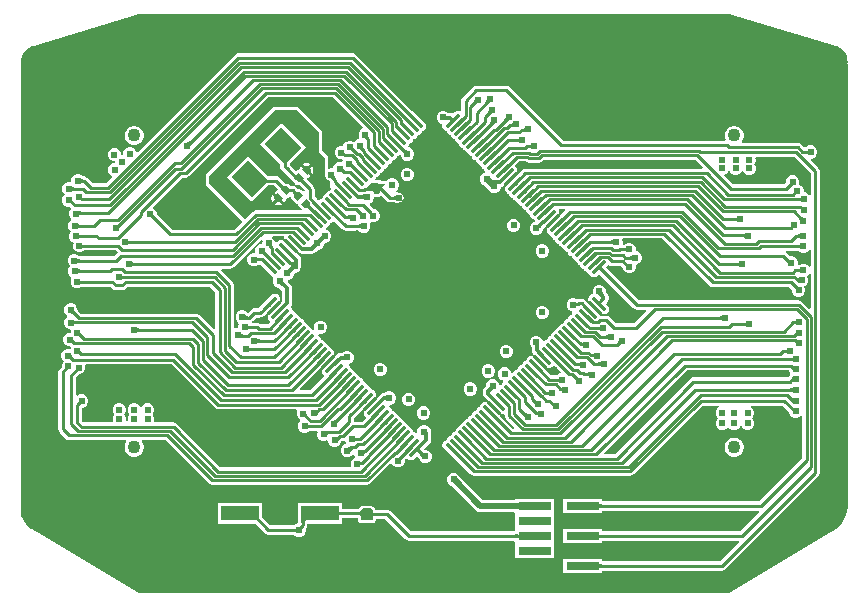
<source format=gbr>
%TF.GenerationSoftware,Altium Limited,Altium Designer,23.0.1 (38)*%
G04 Layer_Physical_Order=1*
G04 Layer_Color=255*
%FSLAX45Y45*%
%MOMM*%
%TF.SameCoordinates,98E3409A-FA71-4B7D-AABF-4CEB4AF68500*%
%TF.FilePolarity,Positive*%
%TF.FileFunction,Copper,L1,Top,Signal*%
%TF.Part,Single*%
G01*
G75*
%TA.AperFunction,Conductor*%
%ADD10C,0.25400*%
%TA.AperFunction,SMDPad,CuDef*%
%ADD11R,2.79000X0.74000*%
%AMCUSTOMSHAPE12*
4,1,6,0.35060,-0.47500,-0.35060,-0.47500,-0.50000,-0.32560,-0.50000,0.47500,0.50000,0.47500,0.50000,-0.32560,0.35060,-0.47500,0.0*%
%ADD12CUSTOMSHAPE12*%

%AMCUSTOMSHAPE13*
4,1,6,0.50000,-0.47500,-0.50000,-0.47500,-0.50000,0.32560,-0.35060,0.47500,0.35060,0.47500,0.50000,0.32560,0.50000,-0.47500,0.0*%
%ADD13CUSTOMSHAPE13*%

G04:AMPARAMS|DCode=14|XSize=2mm|YSize=2.4mm|CornerRadius=0mm|HoleSize=0mm|Usage=FLASHONLY|Rotation=45.000|XOffset=0mm|YOffset=0mm|HoleType=Round|Shape=Rectangle|*
%AMROTATEDRECTD14*
4,1,4,0.14142,-1.55564,-1.55564,0.14142,-0.14142,1.55564,1.55564,-0.14142,0.14142,-1.55564,0.0*
%
%ADD14ROTATEDRECTD14*%

%AMCUSTOMSHAPE15*
4,1,6,-0.36027,-0.07813,-0.36027,0.04278,-0.04278,0.36027,0.07813,0.36027,0.42073,0.01768,-0.01768,-0.42073,-0.36027,-0.07813,0.0*%
%ADD15CUSTOMSHAPE15*%

%AMCUSTOMSHAPE16*
4,1,6,-0.42073,-0.01768,-0.07813,-0.36027,0.04278,-0.36027,0.36027,-0.04278,0.36027,0.07813,0.01768,0.42073,-0.42073,-0.01768,0.0*%
%ADD16CUSTOMSHAPE16*%

%AMCUSTOMSHAPE17*
4,1,8,-0.60988,-0.48614,-0.60988,-0.36239,0.36239,0.60988,0.48614,0.60988,0.60988,0.48614,0.60988,0.36239,-0.36239,-0.60988,-0.48614,-0.60988,-0.60988,-0.48614,0.0*%
%ADD17CUSTOMSHAPE17*%

%AMCUSTOMSHAPE18*
4,1,8,-0.60988,0.48614,-0.48614,0.60988,-0.36239,0.60988,0.60988,-0.36239,0.60988,-0.48614,0.48614,-0.60988,0.36239,-0.60988,-0.60988,0.36239,-0.60988,0.48614,0.0*%
%ADD18CUSTOMSHAPE18*%

%AMCUSTOMSHAPE19*
4,1,8,-0.60988,-0.36239,-0.60988,-0.48614,-0.48614,-0.60988,-0.36239,-0.60988,0.60988,0.36239,0.60988,0.48614,0.48614,0.60988,0.36239,0.60988,-0.60988,-0.36239,0.0*%
%ADD19CUSTOMSHAPE19*%

%AMCUSTOMSHAPE20*
4,1,6,0.11844,-0.31997,-0.08309,-0.31997,-0.31997,-0.08309,-0.31997,0.11844,-0.01768,0.42073,0.42073,-0.01768,0.11844,-0.31997,0.0*%
%ADD20CUSTOMSHAPE20*%

%AMCUSTOMSHAPE21*
4,1,6,0.01768,-0.42073,0.31997,-0.11844,0.31997,0.08309,0.08309,0.31997,-0.11844,0.31997,-0.42073,0.01768,0.01768,-0.42073,0.0*%
%ADD21CUSTOMSHAPE21*%

%AMCUSTOMSHAPE22*
4,1,6,-0.11844,0.31997,0.08309,0.31997,0.31997,0.08309,0.31997,-0.11844,0.01768,-0.42073,-0.42073,0.01768,-0.11844,0.31997,0.0*%
%ADD22CUSTOMSHAPE22*%

%AMCUSTOMSHAPE23*
4,1,6,-0.01768,0.42073,-0.31997,0.11844,-0.31997,-0.08309,-0.08309,-0.31997,0.11844,-0.31997,0.42073,-0.01768,-0.01768,0.42073,0.0*%
%ADD23CUSTOMSHAPE23*%

%ADD24R,3.20000X1.20000*%
%TA.AperFunction,Conductor*%
%ADD25C,0.35000*%
%ADD26C,0.50000*%
%ADD27C,0.20000*%
%TA.AperFunction,ComponentPad*%
%ADD28C,5.00000*%
%ADD29C,1.10000*%
%TA.AperFunction,ViaPad*%
%ADD30C,0.60960*%
G36*
X3402687Y2029423D02*
X3413984Y2025423D01*
X3434968Y2013842D01*
X3453778Y1998988D01*
X3469909Y1981262D01*
X3482929Y1961139D01*
X3492487Y1939160D01*
X3498326Y1915915D01*
X3500261Y1892390D01*
X3499311Y1880118D01*
X3499308Y1880084D01*
X3500000Y1867670D01*
X3500000Y-1855968D01*
X3502020D01*
X3502218Y-1873979D01*
X3497453Y-1909687D01*
X3487626Y-1944345D01*
X3472939Y-1977239D01*
X3453694Y-2007692D01*
X3430289Y-2035077D01*
X3403204Y-2058829D01*
X3372999Y-2078460D01*
X3356646Y-2086012D01*
X3356646Y-2086012D01*
X3356646Y-2086013D01*
X2500000Y-2600000D01*
X-2500000D01*
X-3405191Y-2065299D01*
X-3416906Y-2058186D01*
X-3438148Y-2040864D01*
X-3456796Y-2020776D01*
X-3472494Y-1998306D01*
X-3484941Y-1973886D01*
X-3493899Y-1947981D01*
X-3499196Y-1921088D01*
X-3500732Y-1893721D01*
X-3499604Y-1880062D01*
X-3500000D01*
X-3500000Y1879600D01*
X-3499189Y1879664D01*
X-3500120Y1891538D01*
X-3498046Y1915269D01*
X-3492092Y1938335D01*
X-3482421Y1960106D01*
X-3469297Y1979987D01*
X-3453079Y1997435D01*
X-3434210Y2011975D01*
X-3415786Y2021829D01*
X-3411733Y2023599D01*
X-3401919Y2027021D01*
X-3389908Y2031109D01*
X-2500000Y2300000D01*
X2500000D01*
X3402687Y2029423D01*
D02*
G37*
%LPC*%
G36*
X612140Y1689847D02*
X355600D01*
X340734Y1686889D01*
X328131Y1678469D01*
X239231Y1589569D01*
X230811Y1576966D01*
X227853Y1562100D01*
Y1483991D01*
X215153Y1477203D01*
X214088Y1477915D01*
X204177Y1479886D01*
X191803D01*
X181892Y1477915D01*
X173491Y1472301D01*
X154562Y1453372D01*
X147870Y1457844D01*
X131131Y1461173D01*
X116453D01*
X107853Y1469773D01*
X87315Y1478280D01*
X65085D01*
X44547Y1469773D01*
X28827Y1454053D01*
X20320Y1433515D01*
Y1411285D01*
X28827Y1390747D01*
X44547Y1375027D01*
X65084Y1366520D01*
X69540Y1361092D01*
X68678Y1356761D01*
Y1344387D01*
X70650Y1334476D01*
X76264Y1326075D01*
X88638Y1313700D01*
X97040Y1308086D01*
X104517Y1306599D01*
X106005Y1299121D01*
X111619Y1290719D01*
X123993Y1278345D01*
X132395Y1272731D01*
X139873Y1271244D01*
X141360Y1263766D01*
X146974Y1255364D01*
X159348Y1242989D01*
X167750Y1237375D01*
X175227Y1235888D01*
X176715Y1228410D01*
X182329Y1220008D01*
X194703Y1207634D01*
X203105Y1202020D01*
X210583Y1200533D01*
X212070Y1193055D01*
X217684Y1184653D01*
X230059Y1172279D01*
X238461Y1166665D01*
X245939Y1165177D01*
X247426Y1157700D01*
X253040Y1149298D01*
X265415Y1136924D01*
X273816Y1131310D01*
X281294Y1129822D01*
X282781Y1122344D01*
X288395Y1113942D01*
X300770Y1101568D01*
X309171Y1095954D01*
X316649Y1094466D01*
X318137Y1086989D01*
X323750Y1078587D01*
X336125Y1066213D01*
X344527Y1060599D01*
X352005Y1059112D01*
X353492Y1051634D01*
X359106Y1043232D01*
X371480Y1030857D01*
X379882Y1025244D01*
X387360Y1023756D01*
X388847Y1016278D01*
X394461Y1007877D01*
X406836Y995502D01*
X415237Y989888D01*
X422715Y988401D01*
X424203Y980923D01*
X429817Y972521D01*
X432446Y969891D01*
X432594Y967947D01*
X428726Y955650D01*
X412847Y949073D01*
X397127Y933353D01*
X388620Y912815D01*
Y890585D01*
X397127Y870047D01*
X412847Y854327D01*
X423693Y849834D01*
X456134Y817393D01*
X460627Y806547D01*
X476347Y790827D01*
X496885Y782320D01*
X519115D01*
X539653Y790827D01*
X555373Y806547D01*
X563880Y827085D01*
Y834709D01*
X576089Y837137D01*
X590279Y846619D01*
X646112Y902452D01*
X647088Y903913D01*
X694483Y951308D01*
X700097Y959710D01*
X702068Y969620D01*
Y981995D01*
X700097Y991905D01*
X694483Y1000307D01*
X682109Y1012681D01*
X681804Y1015776D01*
X717091Y1051063D01*
X773607D01*
X784759Y1043611D01*
X799625Y1040653D01*
X885897D01*
X900763Y1043611D01*
X913365Y1052031D01*
X927388Y1066053D01*
X2208949D01*
X2274463Y1000540D01*
X2269603Y988807D01*
X773183D01*
X758317Y985849D01*
X745715Y977429D01*
X716777Y948491D01*
X712222Y947585D01*
X703820Y941971D01*
X606593Y844744D01*
X600979Y836342D01*
X599008Y826431D01*
Y814057D01*
X600979Y804146D01*
X606593Y795745D01*
X618968Y783370D01*
X627369Y777756D01*
X634847Y776269D01*
X636335Y768791D01*
X641949Y760389D01*
X654323Y748015D01*
X662725Y742401D01*
X670203Y740913D01*
X671690Y733436D01*
X677304Y725034D01*
X689678Y712659D01*
X698080Y707046D01*
X705558Y705558D01*
X707045Y698080D01*
X712659Y689678D01*
X725034Y677304D01*
X733435Y671690D01*
X740913Y670202D01*
X742401Y662725D01*
X748015Y654323D01*
X760389Y641949D01*
X768791Y636335D01*
X776269Y634847D01*
X777756Y627370D01*
X783370Y618968D01*
X795744Y606593D01*
X804146Y600979D01*
X811624Y599492D01*
X813111Y592014D01*
X818725Y583612D01*
X831100Y571238D01*
X839501Y565624D01*
X846979Y564137D01*
X848467Y556659D01*
X852205Y551064D01*
X852268Y548229D01*
X850629Y541796D01*
X847827Y536551D01*
X831947Y529973D01*
X816227Y514253D01*
X807720Y493715D01*
Y471485D01*
X816227Y450947D01*
X831947Y435227D01*
X852485Y426720D01*
X874715D01*
X895253Y435227D01*
X910973Y450947D01*
X917988Y467883D01*
X919767Y469884D01*
X949606Y499723D01*
X950810Y500527D01*
X955442Y505160D01*
X956902Y506135D01*
X999666Y548899D01*
X1000641Y550359D01*
X1048037Y597754D01*
X1053651Y606156D01*
X1055622Y616067D01*
Y628441D01*
X1054466Y634253D01*
X1060668Y644688D01*
X1063177Y646953D01*
X1105753D01*
X1110614Y635220D01*
X1070331Y594937D01*
X1065776Y594031D01*
X1057374Y588417D01*
X960147Y491190D01*
X954533Y482788D01*
X952562Y472878D01*
Y460503D01*
X954533Y450593D01*
X960147Y442191D01*
X972521Y429817D01*
X980923Y424203D01*
X988400Y422715D01*
X989888Y415238D01*
X995502Y406836D01*
X1007876Y394461D01*
X1016278Y388848D01*
X1023756Y387360D01*
X1025243Y379882D01*
X1030857Y371480D01*
X1043232Y359106D01*
X1051633Y353492D01*
X1059111Y352005D01*
X1060599Y344527D01*
X1066213Y336125D01*
X1078587Y323751D01*
X1086989Y318137D01*
X1094466Y316649D01*
X1095954Y309172D01*
X1101568Y300770D01*
X1113942Y288396D01*
X1122344Y282782D01*
X1129822Y281294D01*
X1131309Y273816D01*
X1136923Y265415D01*
X1149298Y253040D01*
X1157699Y247426D01*
X1165177Y245939D01*
X1166665Y238461D01*
X1172279Y230059D01*
X1184653Y217685D01*
X1193055Y212071D01*
X1200532Y210584D01*
X1202020Y203105D01*
X1207634Y194703D01*
X1220008Y182329D01*
X1228410Y176715D01*
X1235888Y175227D01*
X1237375Y167750D01*
X1242989Y159348D01*
X1255364Y146974D01*
X1263766Y141360D01*
X1271243Y139873D01*
X1272731Y132395D01*
X1278345Y123993D01*
X1290719Y111619D01*
X1299121Y106005D01*
X1306599Y104517D01*
X1308086Y97040D01*
X1313700Y88638D01*
X1326074Y76264D01*
X1334476Y70650D01*
X1344387Y68678D01*
X1356761D01*
X1366672Y70650D01*
X1375073Y76264D01*
X1396218Y97408D01*
X1686196Y-192569D01*
X1698798Y-200989D01*
X1713664Y-203947D01*
X1794623D01*
X1799483Y-215680D01*
X1693796Y-321367D01*
X1540091D01*
X1485895Y-267171D01*
X1473292Y-258751D01*
X1458427Y-255793D01*
X1407838D01*
X1407204Y-252602D01*
X1401590Y-244201D01*
X1304363Y-146974D01*
X1295961Y-141360D01*
X1291407Y-140454D01*
X1275419Y-124466D01*
X1262816Y-116045D01*
X1247950Y-113088D01*
X1224288D01*
X1209422Y-116045D01*
X1207838Y-117104D01*
X1187681Y-108755D01*
X1165450D01*
X1144912Y-117262D01*
X1129193Y-132981D01*
X1120686Y-153519D01*
Y-175750D01*
X1129193Y-196288D01*
X1144912Y-212007D01*
X1164327Y-220049D01*
X1166112Y-222297D01*
X1170170Y-233215D01*
X1166664Y-238461D01*
X1165177Y-245938D01*
X1157699Y-247425D01*
X1149298Y-253039D01*
X1136923Y-265414D01*
X1131309Y-273816D01*
X1129822Y-281294D01*
X1122344Y-282781D01*
X1113942Y-288395D01*
X1101568Y-300769D01*
X1095954Y-309171D01*
X1094466Y-316649D01*
X1086989Y-318136D01*
X1078588Y-323750D01*
X1066213Y-336125D01*
X1060599Y-344526D01*
X1059112Y-352004D01*
X1051633Y-353492D01*
X1043232Y-359106D01*
X1030857Y-371480D01*
X1025243Y-379882D01*
X1023756Y-387359D01*
X1016278Y-388847D01*
X1007876Y-394461D01*
X995502Y-406835D01*
X989888Y-415237D01*
X988401Y-422715D01*
X980923Y-424203D01*
X972521Y-429817D01*
X960146Y-442191D01*
X954533Y-450593D01*
X953045Y-458070D01*
X945567Y-459558D01*
X937166Y-465172D01*
X931791Y-470546D01*
X929848Y-470694D01*
X917550Y-466826D01*
X910973Y-450947D01*
X895253Y-435227D01*
X874715Y-426720D01*
X852485D01*
X831947Y-435227D01*
X816227Y-450947D01*
X807720Y-471485D01*
Y-493715D01*
X816227Y-514253D01*
X824827Y-522853D01*
Y-550369D01*
X828156Y-567108D01*
X837638Y-581298D01*
X902452Y-646112D01*
X903913Y-647088D01*
X951308Y-694483D01*
X959710Y-700097D01*
X969620Y-702068D01*
X981995D01*
X991905Y-700097D01*
X1000307Y-694483D01*
X1009080Y-685711D01*
X1024813Y-683483D01*
X1070180Y-728851D01*
X1066316Y-742947D01*
X1051482Y-749091D01*
X1042956Y-757618D01*
X989332D01*
X948490Y-716777D01*
X947584Y-712222D01*
X941970Y-703820D01*
X844743Y-606593D01*
X836341Y-600979D01*
X826431Y-599008D01*
X814057D01*
X804146Y-600979D01*
X795744Y-606593D01*
X783370Y-618968D01*
X777756Y-627369D01*
X776268Y-634847D01*
X768791Y-636334D01*
X760389Y-641948D01*
X748015Y-654323D01*
X742401Y-662724D01*
X740913Y-670202D01*
X733435Y-671690D01*
X725034Y-677303D01*
X712659Y-689678D01*
X707045Y-698080D01*
X705558Y-705558D01*
X698080Y-707045D01*
X689678Y-712659D01*
X677304Y-725034D01*
X671690Y-733435D01*
X663081Y-738009D01*
X651013Y-733919D01*
X644273Y-717647D01*
X628553Y-701927D01*
X608015Y-693420D01*
X585785D01*
X565247Y-701927D01*
X549527Y-717647D01*
X541020Y-738185D01*
Y-760415D01*
X549527Y-780953D01*
X565247Y-796673D01*
X582846Y-803963D01*
X585410Y-813511D01*
X585224Y-817648D01*
X583612Y-818725D01*
X571238Y-831099D01*
X565624Y-839501D01*
X552472Y-840522D01*
X551717Y-840091D01*
X550341Y-837760D01*
X542673Y-819247D01*
X526953Y-803527D01*
X506415Y-795020D01*
X484185D01*
X463647Y-803527D01*
X447927Y-819247D01*
X439420Y-839785D01*
Y-851947D01*
X426858Y-864508D01*
X417377Y-878699D01*
X414047Y-895437D01*
Y-917407D01*
X417377Y-934146D01*
X426858Y-948336D01*
X513543Y-1035021D01*
X515003Y-1035996D01*
X562399Y-1083392D01*
X570800Y-1089006D01*
X580711Y-1090977D01*
X593085D01*
X598693Y-1095579D01*
Y-1101849D01*
X601651Y-1116715D01*
X610071Y-1129318D01*
X679069Y-1198316D01*
X674205Y-1210949D01*
X665800Y-1211903D01*
X559582Y-1105685D01*
X558676Y-1101131D01*
X553062Y-1092729D01*
X455835Y-995502D01*
X447433Y-989888D01*
X437522Y-987916D01*
X425148D01*
X415237Y-989888D01*
X406836Y-995502D01*
X394461Y-1007876D01*
X388847Y-1016278D01*
X387360Y-1023756D01*
X379882Y-1025243D01*
X371480Y-1030857D01*
X359106Y-1043231D01*
X353492Y-1051633D01*
X352005Y-1059111D01*
X344527Y-1060599D01*
X336125Y-1066212D01*
X323750Y-1078587D01*
X318137Y-1086989D01*
X316649Y-1094466D01*
X309171Y-1095954D01*
X300770Y-1101568D01*
X288395Y-1113942D01*
X282781Y-1122344D01*
X281294Y-1129822D01*
X273816Y-1131309D01*
X265414Y-1136923D01*
X253039Y-1149298D01*
X247425Y-1157699D01*
X245938Y-1165178D01*
X238461Y-1166665D01*
X230059Y-1172279D01*
X217684Y-1184653D01*
X212070Y-1193055D01*
X210583Y-1200533D01*
X203105Y-1202020D01*
X194703Y-1207634D01*
X182329Y-1220008D01*
X176715Y-1228410D01*
X175228Y-1235888D01*
X167750Y-1237375D01*
X159348Y-1242989D01*
X146974Y-1255364D01*
X141360Y-1263766D01*
X139873Y-1271243D01*
X132395Y-1272730D01*
X123993Y-1278344D01*
X111619Y-1290719D01*
X106005Y-1299121D01*
X104517Y-1306599D01*
X97039Y-1308086D01*
X88637Y-1313700D01*
X76263Y-1326074D01*
X70649Y-1334476D01*
X68678Y-1344387D01*
Y-1356761D01*
X70649Y-1366672D01*
X76263Y-1375073D01*
X173490Y-1472301D01*
X181892Y-1477914D01*
X186446Y-1478821D01*
X307354Y-1599729D01*
X319957Y-1608149D01*
X334823Y-1611107D01*
X1661160D01*
X1676026Y-1608149D01*
X1688629Y-1599729D01*
X2271611Y-1016747D01*
X2410692D01*
X2413218Y-1029447D01*
X2406747Y-1032127D01*
X2391027Y-1047847D01*
X2382520Y-1068385D01*
Y-1090615D01*
X2391027Y-1111153D01*
X2403824Y-1123950D01*
X2391027Y-1136747D01*
X2382520Y-1157285D01*
Y-1179515D01*
X2391027Y-1200053D01*
X2406747Y-1215773D01*
X2427285Y-1224280D01*
X2449515D01*
X2470053Y-1215773D01*
X2480903Y-1204923D01*
X2489200Y-1201477D01*
X2497497Y-1204923D01*
X2508347Y-1215773D01*
X2528885Y-1224280D01*
X2551115D01*
X2571653Y-1215773D01*
X2587373Y-1200053D01*
X2590277Y-1193043D01*
X2604023D01*
X2606927Y-1200053D01*
X2622647Y-1215773D01*
X2643185Y-1224280D01*
X2665415D01*
X2685953Y-1215773D01*
X2701673Y-1200053D01*
X2710180Y-1179515D01*
Y-1157285D01*
X2701673Y-1136747D01*
X2688876Y-1123950D01*
X2701673Y-1111153D01*
X2710180Y-1090615D01*
Y-1068385D01*
X2701673Y-1047847D01*
X2685953Y-1032127D01*
X2679482Y-1029447D01*
X2682008Y-1016747D01*
X2947623D01*
X3004820Y-1073944D01*
Y-1077915D01*
X3013327Y-1098453D01*
X3029047Y-1114173D01*
X3049585Y-1122680D01*
X3071815D01*
X3092353Y-1114173D01*
X3103133Y-1103393D01*
X3115833Y-1108653D01*
Y-1464729D01*
X2752509Y-1828053D01*
X1422800D01*
Y-1804500D01*
X1093000D01*
Y-1929300D01*
X1422800D01*
Y-1905747D01*
X2747123D01*
X2751983Y-1917480D01*
X2587409Y-2082053D01*
X1422800D01*
Y-2058500D01*
X1093000D01*
Y-2183300D01*
X1422800D01*
Y-2159747D01*
X2582023D01*
X2586883Y-2171480D01*
X2422309Y-2336053D01*
X1422800D01*
Y-2312500D01*
X1093000D01*
Y-2437300D01*
X1422800D01*
Y-2413747D01*
X2438400D01*
X2453266Y-2410789D01*
X2465869Y-2402369D01*
X3253269Y-1614969D01*
X3261689Y-1602366D01*
X3264647Y-1587500D01*
Y970280D01*
X3261689Y985146D01*
X3253269Y997749D01*
X3188331Y1062687D01*
X3193191Y1074420D01*
X3198815D01*
X3219353Y1082927D01*
X3235073Y1098647D01*
X3243580Y1119185D01*
Y1141415D01*
X3235073Y1161953D01*
X3219353Y1177673D01*
X3198815Y1186180D01*
X3176585D01*
X3156047Y1177673D01*
X3147520Y1169147D01*
X3132160D01*
X3104538Y1196768D01*
X3091935Y1205189D01*
X3077069Y1208146D01*
X2608443D01*
X2603582Y1219880D01*
X2604336Y1220633D01*
X2614921Y1238967D01*
X2620400Y1259415D01*
Y1280585D01*
X2614921Y1301033D01*
X2604336Y1319367D01*
X2589367Y1334336D01*
X2571033Y1344921D01*
X2550585Y1350400D01*
X2529415D01*
X2508967Y1344921D01*
X2490633Y1334336D01*
X2475664Y1319367D01*
X2465079Y1301033D01*
X2459600Y1280585D01*
Y1259415D01*
X2465079Y1238967D01*
X2466778Y1236025D01*
X2460428Y1225027D01*
X1093051D01*
X639609Y1678469D01*
X627006Y1686889D01*
X612140Y1689847D01*
D02*
G37*
G36*
X-2529415Y1350400D02*
X-2550585D01*
X-2571033Y1344921D01*
X-2589367Y1334336D01*
X-2604336Y1319367D01*
X-2614921Y1301033D01*
X-2620400Y1280585D01*
Y1259415D01*
X-2614921Y1238967D01*
X-2604336Y1220633D01*
X-2589367Y1205664D01*
X-2571033Y1195079D01*
X-2550585Y1189600D01*
X-2529415D01*
X-2508967Y1195079D01*
X-2490633Y1205664D01*
X-2475664Y1220633D01*
X-2465079Y1238967D01*
X-2459600Y1259415D01*
Y1280585D01*
X-2465079Y1301033D01*
X-2475664Y1319367D01*
X-2490633Y1334336D01*
X-2508967Y1344921D01*
X-2529415Y1350400D01*
D02*
G37*
G36*
X-687884Y1964167D02*
X-1660695D01*
X-1675561Y1961209D01*
X-1688164Y1952789D01*
X-2510032Y1130920D01*
X-2525013Y1133900D01*
X-2529088Y1143739D01*
X-2544808Y1159458D01*
X-2565346Y1167965D01*
X-2587576D01*
X-2608115Y1159458D01*
X-2623834Y1143739D01*
X-2632341Y1123201D01*
Y1111300D01*
X-2632430Y1110557D01*
X-2645964Y1104345D01*
X-2652217Y1108451D01*
Y1119099D01*
X-2660724Y1139637D01*
X-2676444Y1155356D01*
X-2696982Y1163864D01*
X-2719212D01*
X-2739751Y1155356D01*
X-2755470Y1139637D01*
X-2763977Y1119099D01*
Y1096868D01*
X-2755470Y1076330D01*
X-2739751Y1060611D01*
X-2719212Y1052104D01*
X-2700740D01*
Y1034987D01*
X-2715010D01*
X-2735548Y1026480D01*
X-2751267Y1010760D01*
X-2759775Y990222D01*
Y967992D01*
X-2751267Y947454D01*
X-2735548Y931734D01*
X-2727490Y928396D01*
X-2725012Y915940D01*
X-2774066Y866887D01*
X-2892209D01*
X-2936921Y911598D01*
X-2949524Y920019D01*
X-2964390Y922976D01*
X-2971761D01*
X-2971941Y923008D01*
X-2972420Y923396D01*
X-2984651Y935627D01*
X-3005189Y944134D01*
X-3027420D01*
X-3047958Y935627D01*
X-3063677Y919907D01*
X-3072184Y899369D01*
Y884283D01*
X-3080381Y875123D01*
X-3083918Y874254D01*
X-3103390D01*
X-3123928Y865747D01*
X-3139648Y850027D01*
X-3148155Y829489D01*
Y807258D01*
X-3139648Y786720D01*
X-3131813Y778886D01*
X-3125624Y769128D01*
X-3131813Y762293D01*
X-3141093Y753013D01*
X-3149600Y732475D01*
Y710245D01*
X-3141093Y689707D01*
X-3125373Y673987D01*
X-3104835Y665480D01*
X-3087231D01*
X-3072462Y650711D01*
X-3072302Y649084D01*
X-3082673Y638713D01*
X-3091180Y618175D01*
Y595945D01*
X-3082673Y575407D01*
X-3071439Y564173D01*
X-3072698Y550273D01*
X-3073242Y549382D01*
X-3088452Y534172D01*
X-3096959Y513634D01*
Y491403D01*
X-3088452Y470865D01*
X-3074484Y456897D01*
X-3083422Y447958D01*
X-3091929Y427420D01*
Y405190D01*
X-3083422Y384652D01*
X-3067703Y368932D01*
X-3053337Y362982D01*
X-3060336Y346085D01*
Y323855D01*
X-3051829Y303316D01*
X-3036109Y287597D01*
X-3015571Y279090D01*
X-2993340D01*
X-2972802Y287597D01*
X-2964276Y296123D01*
X-2693408D01*
X-2677071Y279786D01*
X-2677155Y278929D01*
X-2706417Y249667D01*
X-3005400D01*
X-3005931Y249749D01*
X-3006698Y249924D01*
X-3007226Y250089D01*
X-3007543Y250217D01*
X-3007695Y250294D01*
X-3007734Y250319D01*
X-3008606Y251129D01*
X-3010369Y252215D01*
X-3016347Y258193D01*
X-3036885Y266700D01*
X-3059115D01*
X-3079653Y258193D01*
X-3095373Y242473D01*
X-3103880Y221935D01*
Y199705D01*
X-3095373Y179167D01*
X-3080036Y163830D01*
X-3090293Y153573D01*
X-3098800Y133035D01*
Y110805D01*
X-3090293Y90267D01*
X-3074573Y74547D01*
X-3072931Y73867D01*
X-3071118Y59369D01*
X-3078480Y41595D01*
Y19365D01*
X-3069973Y-1173D01*
X-3054253Y-16893D01*
X-3033715Y-25400D01*
X-3011485D01*
X-2990947Y-16893D01*
X-2984960Y-10907D01*
X-2984778D01*
X-2981260Y-11606D01*
X-2739671D01*
X-2723342Y-27935D01*
X-2710739Y-36356D01*
X-2695873Y-39313D01*
X-2639060D01*
X-2624194Y-36356D01*
X-2611591Y-27935D01*
X-2597103Y-13447D01*
X-1895691D01*
X-1854947Y-54191D01*
Y-367143D01*
X-1866680Y-372003D01*
X-1989291Y-249391D01*
X-2001894Y-240971D01*
X-2016760Y-238013D01*
X-2993809D01*
X-3018945Y-212877D01*
X-3019188Y-212540D01*
X-3019512Y-212006D01*
X-3019656Y-211718D01*
X-3019640Y-210879D01*
X-3020060Y-208530D01*
Y-197165D01*
X-3028567Y-176627D01*
X-3044287Y-160907D01*
X-3064825Y-152400D01*
X-3087055D01*
X-3107593Y-160907D01*
X-3123313Y-176627D01*
X-3131820Y-197165D01*
Y-219395D01*
X-3123313Y-239933D01*
X-3109619Y-253627D01*
X-3109788Y-267444D01*
X-3110133Y-267587D01*
X-3125853Y-283307D01*
X-3134360Y-303845D01*
Y-326075D01*
X-3125853Y-346613D01*
X-3110133Y-362333D01*
X-3089595Y-370840D01*
X-3080401D01*
X-3073345Y-381400D01*
X-3075940Y-387665D01*
Y-403860D01*
X-3097215D01*
X-3117753Y-412367D01*
X-3133473Y-428087D01*
X-3141980Y-448625D01*
Y-470855D01*
X-3133473Y-491393D01*
X-3117753Y-507113D01*
X-3097215Y-515620D01*
X-3082660D01*
X-3075103Y-528320D01*
X-3080910Y-542339D01*
X-3090225Y-538480D01*
X-3112455D01*
X-3132993Y-546987D01*
X-3148713Y-562707D01*
X-3157220Y-583245D01*
Y-605475D01*
X-3148713Y-626013D01*
X-3132994Y-641733D01*
X-3132945Y-641976D01*
X-3144120Y-653151D01*
X-3152627Y-673689D01*
Y-687188D01*
X-3171989Y-706550D01*
X-3180409Y-719152D01*
X-3183367Y-734018D01*
Y-1219200D01*
X-3180409Y-1234066D01*
X-3171989Y-1246669D01*
X-3121189Y-1297469D01*
X-3108586Y-1305889D01*
X-3093720Y-1308847D01*
X-2609143D01*
X-2606635Y-1314899D01*
X-2604863Y-1321547D01*
X-2614921Y-1338967D01*
X-2620400Y-1359415D01*
Y-1380585D01*
X-2614921Y-1401033D01*
X-2604336Y-1419367D01*
X-2589367Y-1434336D01*
X-2571033Y-1444921D01*
X-2550585Y-1450400D01*
X-2529415D01*
X-2508967Y-1444921D01*
X-2490633Y-1434336D01*
X-2475664Y-1419367D01*
X-2465079Y-1401033D01*
X-2459600Y-1380585D01*
Y-1359415D01*
X-2465079Y-1338967D01*
X-2475137Y-1321547D01*
X-2473365Y-1314899D01*
X-2470857Y-1308847D01*
X-2276690D01*
X-1909608Y-1675929D01*
X-1897006Y-1684349D01*
X-1882140Y-1687307D01*
X-567173D01*
X-552307Y-1684349D01*
X-539704Y-1675929D01*
X-369380Y-1505604D01*
X-356924Y-1508082D01*
X-353586Y-1516140D01*
X-337867Y-1531860D01*
X-317329Y-1540367D01*
X-295098D01*
X-274560Y-1531860D01*
X-258840Y-1516140D01*
X-250333Y-1495602D01*
Y-1473372D01*
X-250736Y-1472399D01*
X-237958Y-1459621D01*
X-234864Y-1459926D01*
X-222489Y-1472301D01*
X-214087Y-1477914D01*
X-204177Y-1479886D01*
X-191803D01*
X-181892Y-1477914D01*
X-173490Y-1472301D01*
X-147036Y-1445847D01*
X-130745Y-1462138D01*
X-123573Y-1479453D01*
X-107853Y-1495173D01*
X-87315Y-1503680D01*
X-65085D01*
X-44547Y-1495173D01*
X-28827Y-1479453D01*
X-20320Y-1458915D01*
Y-1436685D01*
X-28827Y-1416147D01*
X-44547Y-1400427D01*
X-65085Y-1391920D01*
X-74664D01*
X-81818Y-1381114D01*
X-38898Y-1338193D01*
X-29416Y-1324002D01*
X-26086Y-1307264D01*
Y-1253513D01*
X-29416Y-1236775D01*
X-30480Y-1235182D01*
Y-1225865D01*
X-38987Y-1205327D01*
X-54707Y-1189607D01*
X-75245Y-1181100D01*
X-97475D01*
X-118013Y-1189607D01*
X-133733Y-1205327D01*
X-142240Y-1225865D01*
Y-1242136D01*
X-154940Y-1247397D01*
X-159348Y-1242989D01*
X-167750Y-1237375D01*
X-175228Y-1235888D01*
X-176715Y-1228410D01*
X-182329Y-1220008D01*
X-194703Y-1207634D01*
X-203105Y-1202020D01*
X-210583Y-1200533D01*
X-212070Y-1193055D01*
X-217684Y-1184653D01*
X-230059Y-1172278D01*
X-238461Y-1166664D01*
X-245938Y-1165177D01*
X-247425Y-1157699D01*
X-253039Y-1149298D01*
X-265414Y-1136923D01*
X-273816Y-1131309D01*
X-281294Y-1129822D01*
X-282781Y-1122344D01*
X-288395Y-1113942D01*
X-300770Y-1101568D01*
X-309171Y-1095954D01*
X-316649Y-1094466D01*
X-318137Y-1086989D01*
X-323750Y-1078587D01*
X-336125Y-1066212D01*
X-344527Y-1060599D01*
X-352005Y-1059111D01*
X-353492Y-1051633D01*
X-359106Y-1043231D01*
X-371480Y-1030857D01*
X-379882Y-1025243D01*
X-380721Y-1020305D01*
X-370477Y-1008380D01*
X-369885D01*
X-349347Y-999873D01*
X-333627Y-984153D01*
X-325120Y-963615D01*
Y-941385D01*
X-333627Y-920847D01*
X-349347Y-905127D01*
X-369885Y-896620D01*
X-392115D01*
X-412653Y-905127D01*
X-416286Y-908760D01*
X-422170D01*
X-438909Y-912089D01*
X-453099Y-921571D01*
X-540046Y-1008518D01*
X-541022Y-1009978D01*
X-588417Y-1057374D01*
X-594031Y-1065775D01*
X-596003Y-1075686D01*
Y-1088060D01*
X-594031Y-1097971D01*
X-588417Y-1106373D01*
X-576043Y-1118747D01*
X-575738Y-1121842D01*
X-608850Y-1154953D01*
X-678234D01*
X-679973Y-1152834D01*
Y-1123819D01*
X-610710Y-1054556D01*
X-606156Y-1053650D01*
X-597754Y-1048037D01*
X-500527Y-950809D01*
X-494913Y-942408D01*
X-492942Y-932497D01*
Y-920123D01*
X-494913Y-910212D01*
X-500527Y-901810D01*
X-512901Y-889436D01*
X-521303Y-883822D01*
X-528781Y-882335D01*
X-530269Y-874857D01*
X-535883Y-866455D01*
X-548257Y-854080D01*
X-556659Y-848466D01*
X-564136Y-846979D01*
X-565624Y-839501D01*
X-571238Y-831100D01*
X-583612Y-818725D01*
X-592014Y-813111D01*
X-599492Y-811624D01*
X-600979Y-804146D01*
X-606593Y-795744D01*
X-618968Y-783370D01*
X-627369Y-777756D01*
X-634847Y-776268D01*
X-636335Y-768791D01*
X-641949Y-760389D01*
X-654323Y-748015D01*
X-662725Y-742401D01*
X-670202Y-740913D01*
X-671690Y-733435D01*
X-677303Y-725034D01*
X-689678Y-712659D01*
X-698080Y-707045D01*
X-705558Y-705558D01*
X-707045Y-698080D01*
X-712659Y-689678D01*
X-724546Y-677791D01*
X-724730Y-675379D01*
X-722018Y-664044D01*
X-704947Y-656973D01*
X-689227Y-641253D01*
X-680720Y-620715D01*
Y-598485D01*
X-689227Y-577947D01*
X-704947Y-562227D01*
X-725485Y-553720D01*
X-747715D01*
X-768253Y-562227D01*
X-776853Y-570827D01*
X-791344D01*
X-808082Y-574156D01*
X-822273Y-583638D01*
X-893599Y-654964D01*
X-894575Y-656425D01*
X-941970Y-703820D01*
X-947584Y-712222D01*
X-949556Y-722133D01*
Y-734507D01*
X-947584Y-744418D01*
X-941970Y-752819D01*
X-929596Y-765194D01*
X-929292Y-768288D01*
X-1049257Y-888253D01*
X-1134921D01*
X-1139781Y-876520D01*
X-964264Y-701003D01*
X-959710Y-700097D01*
X-951308Y-694483D01*
X-854081Y-597256D01*
X-848467Y-588854D01*
X-846495Y-578943D01*
Y-566569D01*
X-848467Y-556659D01*
X-854081Y-548257D01*
X-866455Y-535882D01*
X-874857Y-530268D01*
X-882335Y-528781D01*
X-883822Y-521303D01*
X-889436Y-512901D01*
X-901810Y-500527D01*
X-910212Y-494913D01*
X-917690Y-493426D01*
X-919177Y-485948D01*
X-924791Y-477546D01*
X-937166Y-465172D01*
X-945568Y-459558D01*
X-953045Y-458071D01*
X-954533Y-450593D01*
X-960146Y-442191D01*
X-972521Y-429817D01*
X-980923Y-424203D01*
X-982250Y-423939D01*
X-984320Y-417267D01*
X-973956Y-407813D01*
X-971235Y-408940D01*
X-949005D01*
X-928467Y-400433D01*
X-912747Y-384713D01*
X-904240Y-364175D01*
Y-341945D01*
X-912747Y-321407D01*
X-928467Y-305687D01*
X-949005Y-297180D01*
X-971235D01*
X-991773Y-305687D01*
X-1007493Y-321407D01*
X-1016000Y-341945D01*
Y-364175D01*
X-1014404Y-368028D01*
X-1023871Y-378361D01*
X-1026897Y-377407D01*
X-1030857Y-371480D01*
X-1043232Y-359106D01*
X-1051633Y-353492D01*
X-1059111Y-352004D01*
X-1060599Y-344526D01*
X-1066213Y-336125D01*
X-1078587Y-323750D01*
X-1086989Y-318136D01*
X-1094467Y-316649D01*
X-1095955Y-309171D01*
X-1101569Y-300770D01*
X-1113943Y-288395D01*
X-1122345Y-282781D01*
X-1129822Y-281294D01*
X-1131309Y-273816D01*
X-1136923Y-265414D01*
X-1149298Y-253039D01*
X-1157699Y-247425D01*
X-1165178Y-245938D01*
X-1166665Y-238461D01*
X-1172279Y-230059D01*
X-1184653Y-217684D01*
X-1193055Y-212070D01*
X-1200533Y-210583D01*
X-1202020Y-203105D01*
X-1207634Y-194703D01*
X-1218247Y-184090D01*
X-1213671Y-179514D01*
X-1204189Y-165323D01*
X-1200860Y-148585D01*
Y-25400D01*
X-1204189Y-8661D01*
X-1213671Y5529D01*
X-1241162Y33020D01*
X-1235901Y45720D01*
X-1233485D01*
X-1212947Y54227D01*
X-1197227Y69947D01*
X-1188720Y90485D01*
Y95622D01*
X-1175122Y109220D01*
X-1169985D01*
X-1149447Y117727D01*
X-1133727Y133447D01*
X-1125220Y153985D01*
Y176215D01*
X-1128676Y184559D01*
X-1126754Y194221D01*
Y215900D01*
X-1130084Y232639D01*
X-1139565Y246829D01*
X-1220651Y327914D01*
X-1222111Y328890D01*
X-1269506Y376286D01*
X-1277908Y381899D01*
X-1287819Y383871D01*
X-1300193D01*
X-1310104Y381899D01*
X-1318506Y376286D01*
X-1330880Y363911D01*
X-1333344Y360224D01*
X-1346044Y364076D01*
Y366673D01*
X-1354551Y387211D01*
X-1369877Y402537D01*
X-1369784Y404650D01*
X-1366795Y415237D01*
X-1267754D01*
Y403935D01*
X-1265783Y394024D01*
X-1260169Y385623D01*
X-1212773Y338227D01*
X-1211797Y336767D01*
X-1210337Y335791D01*
X-1162942Y288395D01*
X-1154600Y282822D01*
X-1152712Y280934D01*
X-1138522Y271452D01*
X-1121783Y268123D01*
X-1034337D01*
X-1017598Y271452D01*
X-1003408Y280934D01*
X-985264Y299077D01*
X-984529Y299720D01*
X-979485D01*
X-958947Y308227D01*
X-943227Y323947D01*
X-934720Y344485D01*
Y349529D01*
X-934076Y350265D01*
X-921336Y363006D01*
X-921082Y363220D01*
X-915985D01*
X-895447Y371727D01*
X-879727Y387447D01*
X-871220Y407985D01*
Y430215D01*
X-879727Y450753D01*
X-895447Y466473D01*
X-912262Y473438D01*
X-916576Y481241D01*
X-914169Y489183D01*
X-910212Y494914D01*
X-901810Y500528D01*
X-889436Y512902D01*
X-883822Y521304D01*
X-882335Y528782D01*
X-874857Y530269D01*
X-866455Y535883D01*
X-861361Y540977D01*
X-844105Y541680D01*
X-777876Y475451D01*
X-765273Y467031D01*
X-750407Y464073D01*
X-670093D01*
X-655228Y467031D01*
X-654630Y467430D01*
X-641093D01*
X-627144Y453480D01*
X-606606Y444973D01*
X-584376D01*
X-563837Y453480D01*
X-548118Y469200D01*
X-539611Y489738D01*
Y511968D01*
X-546120Y527683D01*
X-536436Y537418D01*
X-526735Y533400D01*
X-504505D01*
X-483967Y541907D01*
X-468247Y557627D01*
X-459740Y578165D01*
Y600395D01*
X-468247Y620933D01*
X-483967Y636653D01*
X-504505Y645160D01*
X-511016D01*
X-547304Y681448D01*
X-544325Y696429D01*
X-534227Y700612D01*
X-518507Y716331D01*
X-510000Y736869D01*
Y739611D01*
X-506282Y751820D01*
X-464355D01*
X-454444Y753791D01*
X-446043Y759405D01*
X-403389Y716751D01*
X-390786Y708331D01*
X-375920Y705373D01*
X-338464D01*
X-337934Y705291D01*
X-337166Y705116D01*
X-336639Y704951D01*
X-336321Y704823D01*
X-336169Y704746D01*
X-336130Y704721D01*
X-335259Y703911D01*
X-331355Y701506D01*
X-327542Y698958D01*
X-327068Y698863D01*
X-326656Y698610D01*
X-322128Y697881D01*
X-317631Y696986D01*
X-317157Y697081D01*
X-316680Y697004D01*
X-312220Y698063D01*
X-307721Y698958D01*
X-307319Y699226D01*
X-306849Y699338D01*
X-303133Y702023D01*
X-299319Y704572D01*
X-299050Y704974D01*
X-298659Y705257D01*
X-298587Y705373D01*
X-295864D01*
X-280998Y708331D01*
X-268396Y716751D01*
X-259975Y729354D01*
X-257018Y744220D01*
X-259975Y759086D01*
X-268396Y771689D01*
X-280998Y780109D01*
X-295864Y783067D01*
X-298587D01*
X-298659Y783183D01*
X-299050Y783467D01*
X-299319Y783868D01*
X-303131Y786416D01*
X-306849Y789102D01*
X-307319Y789214D01*
X-307721Y789482D01*
X-312220Y790377D01*
X-316680Y791436D01*
X-317157Y791359D01*
X-317631Y791454D01*
X-322128Y790559D01*
X-325515Y802877D01*
X-323947Y803527D01*
X-308227Y819247D01*
X-299720Y839785D01*
Y862015D01*
X-308227Y882553D01*
X-323947Y898273D01*
X-344485Y906780D01*
X-366715D01*
X-387253Y898273D01*
X-400230Y885296D01*
X-400400Y885423D01*
X-402362Y885915D01*
X-404154Y886855D01*
X-407218Y887133D01*
X-410201Y887881D01*
X-494050Y892027D01*
X-498423Y904959D01*
X-494913Y910212D01*
X-493426Y917690D01*
X-485948Y919177D01*
X-477546Y924791D01*
X-465172Y937166D01*
X-459558Y945568D01*
X-458071Y953046D01*
X-450593Y954533D01*
X-442191Y960147D01*
X-429817Y972521D01*
X-424203Y980923D01*
X-422715Y988401D01*
X-415237Y989888D01*
X-406836Y995502D01*
X-394461Y1007877D01*
X-388847Y1016278D01*
X-387360Y1023756D01*
X-379882Y1025244D01*
X-371480Y1030857D01*
X-359106Y1043232D01*
X-353492Y1051634D01*
X-352005Y1059112D01*
X-344527Y1060599D01*
X-336125Y1066213D01*
X-323750Y1078587D01*
X-318137Y1086989D01*
X-316649Y1094466D01*
X-309171Y1095954D01*
X-300770Y1101568D01*
X-297180Y1105157D01*
X-289167Y1102766D01*
X-284049Y1100327D01*
X-275973Y1080830D01*
X-260253Y1065110D01*
X-239715Y1056603D01*
X-217485D01*
X-196947Y1065110D01*
X-181227Y1080830D01*
X-172720Y1101368D01*
Y1123598D01*
X-181227Y1144137D01*
X-196947Y1159856D01*
X-216445Y1167932D01*
X-218883Y1173048D01*
X-221275Y1181063D01*
X-217685Y1184653D01*
X-212071Y1193055D01*
X-210583Y1200533D01*
X-203105Y1202020D01*
X-194703Y1207634D01*
X-182329Y1220008D01*
X-176715Y1228410D01*
X-175228Y1235888D01*
X-167750Y1237375D01*
X-159348Y1242989D01*
X-146974Y1255364D01*
X-141360Y1263766D01*
X-139873Y1271244D01*
X-132395Y1272731D01*
X-123993Y1278345D01*
X-111619Y1290719D01*
X-106005Y1299121D01*
X-104517Y1306599D01*
X-97040Y1308086D01*
X-88638Y1313700D01*
X-76264Y1326074D01*
X-70650Y1334476D01*
X-68678Y1344387D01*
Y1356761D01*
X-70650Y1366672D01*
X-76264Y1375073D01*
X-173491Y1472301D01*
X-181892Y1477914D01*
X-186447Y1478821D01*
X-660415Y1952789D01*
X-673018Y1961209D01*
X-687884Y1964167D01*
D02*
G37*
G36*
X-217485Y995680D02*
X-239715D01*
X-260253Y987173D01*
X-275973Y971453D01*
X-284480Y950915D01*
Y928685D01*
X-275973Y908147D01*
X-260253Y892427D01*
X-239715Y883920D01*
X-217485D01*
X-196947Y892427D01*
X-181227Y908147D01*
X-172720Y928685D01*
Y950915D01*
X-181227Y971453D01*
X-196947Y987173D01*
X-217485Y995680D01*
D02*
G37*
G36*
X684215Y563880D02*
X661985D01*
X641447Y555373D01*
X625727Y539653D01*
X617220Y519115D01*
Y496885D01*
X625727Y476347D01*
X641447Y460627D01*
X661985Y452120D01*
X684215D01*
X704753Y460627D01*
X720473Y476347D01*
X728980Y496885D01*
Y519115D01*
X720473Y539653D01*
X704753Y555373D01*
X684215Y563880D01*
D02*
G37*
G36*
X925515Y347980D02*
X903285D01*
X882747Y339473D01*
X867027Y323753D01*
X858520Y303215D01*
Y280985D01*
X867027Y260447D01*
X882747Y244727D01*
X903285Y236220D01*
X925515D01*
X946053Y244727D01*
X961773Y260447D01*
X970280Y280985D01*
Y303215D01*
X961773Y323753D01*
X946053Y339473D01*
X925515Y347980D01*
D02*
G37*
G36*
X1408115Y5080D02*
X1385885D01*
X1365347Y-3427D01*
X1349627Y-19147D01*
X1341120Y-39685D01*
Y-61915D01*
X1336687Y-70209D01*
X1334476Y-70649D01*
X1326074Y-76263D01*
X1313700Y-88637D01*
X1308086Y-97039D01*
X1306115Y-106950D01*
Y-119324D01*
X1308086Y-129235D01*
X1313700Y-137637D01*
X1410927Y-234864D01*
X1419329Y-240478D01*
X1429239Y-242449D01*
X1441614D01*
X1451524Y-240478D01*
X1459926Y-234864D01*
X1472301Y-222489D01*
X1477914Y-214087D01*
X1479886Y-204177D01*
Y-191803D01*
X1477914Y-181892D01*
X1472301Y-173490D01*
X1454616Y-155806D01*
X1463814Y-146608D01*
X1473296Y-132418D01*
X1476625Y-115679D01*
Y-93709D01*
X1473296Y-76971D01*
X1463814Y-62780D01*
X1452880Y-51847D01*
Y-39685D01*
X1444373Y-19147D01*
X1428653Y-3427D01*
X1408115Y5080D01*
D02*
G37*
G36*
X925515Y-172720D02*
X903285D01*
X882747Y-181227D01*
X867027Y-196947D01*
X858520Y-217485D01*
Y-239715D01*
X867027Y-260253D01*
X882747Y-275973D01*
X903285Y-284480D01*
X925515D01*
X946053Y-275973D01*
X961773Y-260253D01*
X970280Y-239715D01*
Y-217485D01*
X961773Y-196947D01*
X946053Y-181227D01*
X925515Y-172720D01*
D02*
G37*
G36*
X620715Y-502920D02*
X598485D01*
X577947Y-511427D01*
X562227Y-527147D01*
X553720Y-547685D01*
Y-569915D01*
X562227Y-590453D01*
X577947Y-606173D01*
X598485Y-614680D01*
X620715D01*
X641253Y-606173D01*
X656973Y-590453D01*
X665480Y-569915D01*
Y-547685D01*
X656973Y-527147D01*
X641253Y-511427D01*
X620715Y-502920D01*
D02*
G37*
G36*
X-446085Y-655320D02*
X-468315D01*
X-488853Y-663827D01*
X-504573Y-679547D01*
X-513080Y-700085D01*
Y-722315D01*
X-504573Y-742853D01*
X-488853Y-758573D01*
X-468315Y-767080D01*
X-446085D01*
X-425547Y-758573D01*
X-409827Y-742853D01*
X-401320Y-722315D01*
Y-700085D01*
X-409827Y-679547D01*
X-425547Y-663827D01*
X-446085Y-655320D01*
D02*
G37*
G36*
X468315Y-668020D02*
X446085D01*
X425547Y-676527D01*
X409827Y-692247D01*
X401320Y-712785D01*
Y-735015D01*
X409827Y-755553D01*
X425547Y-771273D01*
X446085Y-779780D01*
X468315D01*
X488853Y-771273D01*
X504573Y-755553D01*
X513080Y-735015D01*
Y-712785D01*
X504573Y-692247D01*
X488853Y-676527D01*
X468315Y-668020D01*
D02*
G37*
G36*
X315915Y-820420D02*
X293685D01*
X273147Y-828927D01*
X257427Y-844647D01*
X248920Y-865185D01*
Y-887415D01*
X257427Y-907953D01*
X273147Y-923673D01*
X293685Y-932180D01*
X315915D01*
X336453Y-923673D01*
X352173Y-907953D01*
X360680Y-887415D01*
Y-865185D01*
X352173Y-844647D01*
X336453Y-828927D01*
X315915Y-820420D01*
D02*
G37*
G36*
X-204785Y-909320D02*
X-227015D01*
X-247553Y-917827D01*
X-263273Y-933547D01*
X-271780Y-954085D01*
Y-976315D01*
X-263273Y-996853D01*
X-247553Y-1012573D01*
X-227015Y-1021080D01*
X-204785D01*
X-184247Y-1012573D01*
X-168527Y-996853D01*
X-160020Y-976315D01*
Y-954085D01*
X-168527Y-933547D01*
X-184247Y-917827D01*
X-204785Y-909320D01*
D02*
G37*
G36*
X-77785Y-1023620D02*
X-100015D01*
X-120553Y-1032127D01*
X-136273Y-1047847D01*
X-144780Y-1068385D01*
Y-1090615D01*
X-136273Y-1111153D01*
X-120553Y-1126873D01*
X-100015Y-1135380D01*
X-77785D01*
X-57247Y-1126873D01*
X-41527Y-1111153D01*
X-33020Y-1090615D01*
Y-1068385D01*
X-41527Y-1047847D01*
X-57247Y-1032127D01*
X-77785Y-1023620D01*
D02*
G37*
G36*
X2550585Y-1289600D02*
X2529415D01*
X2508967Y-1295079D01*
X2490633Y-1305664D01*
X2475664Y-1320633D01*
X2465079Y-1338967D01*
X2459600Y-1359415D01*
Y-1380585D01*
X2465079Y-1401033D01*
X2475664Y-1419367D01*
X2490633Y-1434336D01*
X2508967Y-1444921D01*
X2529415Y-1450400D01*
X2550585D01*
X2571033Y-1444921D01*
X2589367Y-1434336D01*
X2604336Y-1419367D01*
X2614921Y-1401033D01*
X2620400Y-1380585D01*
Y-1359415D01*
X2614921Y-1338967D01*
X2604336Y-1320633D01*
X2589367Y-1305664D01*
X2571033Y-1295079D01*
X2550585Y-1289600D01*
D02*
G37*
G36*
X175135Y-1586420D02*
X152905D01*
X132367Y-1594927D01*
X116647Y-1610647D01*
X108140Y-1631185D01*
Y-1653415D01*
X116647Y-1673953D01*
X132367Y-1689673D01*
X143213Y-1694166D01*
X352284Y-1903236D01*
X368955Y-1914376D01*
X388620Y-1918287D01*
X677020D01*
X686000Y-1927268D01*
X686000Y-1942000D01*
Y-2045800D01*
X686000Y-2056300D01*
X686000Y-2069000D01*
Y-2082053D01*
X-199809D01*
X-370032Y-1911831D01*
X-382634Y-1903410D01*
X-397500Y-1900453D01*
X-496853D01*
X-497574Y-1896830D01*
X-503187Y-1888428D01*
X-518128Y-1873487D01*
X-526530Y-1867874D01*
X-536440Y-1865902D01*
X-606560D01*
X-616470Y-1867874D01*
X-624872Y-1873487D01*
X-639812Y-1888428D01*
X-641901Y-1891553D01*
X-779800D01*
Y-1845000D01*
X-1150600D01*
Y-1973946D01*
X-1151347Y-1977700D01*
Y-2013887D01*
X-1151680Y-2014220D01*
X-1154115D01*
X-1174653Y-2022727D01*
X-1183180Y-2031253D01*
X-1389409D01*
X-1459800Y-1960863D01*
Y-1845000D01*
X-1830600D01*
Y-2015800D01*
X-1514737D01*
X-1432969Y-2097569D01*
X-1420366Y-2105989D01*
X-1405500Y-2108947D01*
X-1183180D01*
X-1174653Y-2117473D01*
X-1154115Y-2125980D01*
X-1131885D01*
X-1111347Y-2117473D01*
X-1095627Y-2101753D01*
X-1087120Y-2081215D01*
Y-2059535D01*
X-1085032Y-2057446D01*
X-1076611Y-2044844D01*
X-1073654Y-2029978D01*
Y-2015800D01*
X-779800D01*
Y-1969247D01*
X-647398D01*
Y-1986800D01*
X-645426Y-1996711D01*
X-639813Y-2005112D01*
X-631411Y-2010726D01*
X-621500Y-2012698D01*
X-521500D01*
X-511589Y-2010726D01*
X-503187Y-2005112D01*
X-497574Y-1996711D01*
X-495602Y-1986800D01*
Y-1978146D01*
X-413591D01*
X-243369Y-2148369D01*
X-230766Y-2156789D01*
X-215900Y-2159747D01*
X677020D01*
X686000Y-2168727D01*
X686000Y-2183300D01*
X686000Y-2196000D01*
Y-2310300D01*
X1015800D01*
Y-2196000D01*
X1015800Y-2185500D01*
X1015800Y-2172800D01*
Y-2069000D01*
X1015800Y-2058500D01*
X1015800Y-2045800D01*
Y-1942000D01*
X1015800Y-1931500D01*
X1015800Y-1918800D01*
Y-1804500D01*
X686000D01*
Y-1815513D01*
X409905D01*
X215886Y-1621493D01*
X211393Y-1610647D01*
X195673Y-1594927D01*
X175135Y-1586420D01*
D02*
G37*
%LPD*%
G36*
X366326Y1540877D02*
X364000Y1541209D01*
X361681Y1541268D01*
X359369Y1541054D01*
X357064Y1540567D01*
X354765Y1539807D01*
X352472Y1538774D01*
X350186Y1537467D01*
X347907Y1535887D01*
X345635Y1534035D01*
X343369Y1531909D01*
X329215Y1553676D01*
X331339Y1555893D01*
X335046Y1560350D01*
X336630Y1562589D01*
X338033Y1564835D01*
X339256Y1567089D01*
X340299Y1569349D01*
X341163Y1571617D01*
X341846Y1573893D01*
X342349Y1576175D01*
X366326Y1540877D01*
D02*
G37*
G36*
X473814Y1543807D02*
X471405Y1543719D01*
X469015Y1543405D01*
X466643Y1542866D01*
X464291Y1542101D01*
X461958Y1541111D01*
X459643Y1539896D01*
X457348Y1538455D01*
X455071Y1536789D01*
X452813Y1534898D01*
X450574Y1532782D01*
X432614Y1550742D01*
X434731Y1552981D01*
X436622Y1555238D01*
X438288Y1557515D01*
X439729Y1559811D01*
X440944Y1562125D01*
X441934Y1564459D01*
X442698Y1566811D01*
X443238Y1569182D01*
X443552Y1571572D01*
X443640Y1573981D01*
X473814Y1543807D01*
D02*
G37*
G36*
X492455Y1455422D02*
X490046Y1455333D01*
X487656Y1455019D01*
X485285Y1454480D01*
X482933Y1453715D01*
X480599Y1452726D01*
X478285Y1451510D01*
X475989Y1450069D01*
X473713Y1448404D01*
X471455Y1446512D01*
X469216Y1444396D01*
X451256Y1462356D01*
X453372Y1464595D01*
X455264Y1466853D01*
X456929Y1469129D01*
X458370Y1471425D01*
X459586Y1473739D01*
X460575Y1476073D01*
X461340Y1478425D01*
X461879Y1480796D01*
X462193Y1483186D01*
X462282Y1485595D01*
X492455Y1455422D01*
D02*
G37*
G36*
X101992Y1438959D02*
X103114Y1438114D01*
X104518Y1437369D01*
X106206Y1436723D01*
X108176Y1436176D01*
X110430Y1435728D01*
X112966Y1435380D01*
X118887Y1434983D01*
X122272Y1434933D01*
X115086Y1399933D01*
X111642Y1399912D01*
X98939Y1399166D01*
X97302Y1398889D01*
X95967Y1398569D01*
X94932Y1398207D01*
X94199Y1397802D01*
X101153Y1439904D01*
X101992Y1438959D01*
D02*
G37*
G36*
X631963Y1394464D02*
X629553Y1394389D01*
X627163Y1394088D01*
X624791Y1393561D01*
X622439Y1392805D01*
X620105Y1391824D01*
X617790Y1390615D01*
X615494Y1389179D01*
X613216Y1387516D01*
X610958Y1385626D01*
X608718Y1383509D01*
X590882Y1401595D01*
X592999Y1403832D01*
X594892Y1406089D01*
X596561Y1408365D01*
X598006Y1410660D01*
X599228Y1412974D01*
X600226Y1415307D01*
X601000Y1417658D01*
X601550Y1420029D01*
X601877Y1422419D01*
X601980Y1424827D01*
X631963Y1394464D01*
D02*
G37*
G36*
X511469Y1367132D02*
X509125Y1366737D01*
X506795Y1366152D01*
X504479Y1365374D01*
X502176Y1364405D01*
X499886Y1363244D01*
X497610Y1361892D01*
X495348Y1360348D01*
X493099Y1358612D01*
X490864Y1356684D01*
X488642Y1354565D01*
X467961Y1369805D01*
X470083Y1372063D01*
X471945Y1374334D01*
X473547Y1376616D01*
X474889Y1378910D01*
X475971Y1381217D01*
X476792Y1383535D01*
X477353Y1385865D01*
X477655Y1388207D01*
X477696Y1390561D01*
X477476Y1392927D01*
X511469Y1367132D01*
D02*
G37*
G36*
X676605Y1338522D02*
X674780Y1339633D01*
X672810Y1340627D01*
X670694Y1341505D01*
X668433Y1342265D01*
X666026Y1342908D01*
X663475Y1343434D01*
X660778Y1343844D01*
X654948Y1344312D01*
X651815Y1344370D01*
X645870Y1369770D01*
X648920Y1369866D01*
X651768Y1370153D01*
X654413Y1370631D01*
X656856Y1371301D01*
X659096Y1372162D01*
X661134Y1373214D01*
X662969Y1374457D01*
X664601Y1375892D01*
X666031Y1377519D01*
X667259Y1379336D01*
X676605Y1338522D01*
D02*
G37*
G36*
X776951Y1295143D02*
X774972Y1296312D01*
X772871Y1297358D01*
X770649Y1298281D01*
X768306Y1299081D01*
X765841Y1299758D01*
X763255Y1300312D01*
X760547Y1300742D01*
X754767Y1301235D01*
X751695Y1301296D01*
X745214Y1326696D01*
X748325Y1326796D01*
X751239Y1327098D01*
X753955Y1327600D01*
X756472Y1328303D01*
X758792Y1329207D01*
X760915Y1330312D01*
X762839Y1331617D01*
X764566Y1333123D01*
X766095Y1334831D01*
X767426Y1336739D01*
X776951Y1295143D01*
D02*
G37*
G36*
X3186953Y954189D02*
Y769620D01*
X3182095Y767176D01*
X3174253Y765726D01*
X3160194Y779786D01*
X3139656Y788293D01*
X3129049D01*
Y809801D01*
X3120542Y830339D01*
X3104823Y846059D01*
X3086416Y853683D01*
X3091180Y865185D01*
Y887415D01*
X3082673Y907953D01*
X3066953Y923673D01*
X3046415Y932180D01*
X3024185D01*
X3003647Y923673D01*
X2987927Y907953D01*
X2979420Y887415D01*
Y875357D01*
X2960789Y856727D01*
X2528151D01*
X2458051Y926826D01*
X2460529Y939282D01*
X2470053Y943227D01*
X2485773Y958947D01*
X2488677Y965957D01*
X2502423D01*
X2505327Y958947D01*
X2521047Y943227D01*
X2541585Y934720D01*
X2563815D01*
X2584353Y943227D01*
X2600073Y958947D01*
X2602977Y965957D01*
X2616723D01*
X2619627Y958947D01*
X2635347Y943227D01*
X2655885Y934720D01*
X2678115D01*
X2698653Y943227D01*
X2714373Y958947D01*
X2722880Y979485D01*
Y1001715D01*
X2714373Y1022253D01*
X2710466Y1026160D01*
X2714373Y1030067D01*
X2722880Y1050605D01*
Y1072835D01*
X2719542Y1080894D01*
X2726598Y1091453D01*
X3049689D01*
X3186953Y954189D01*
D02*
G37*
G36*
X3102895Y585488D02*
X3105153Y583596D01*
X3107429Y581931D01*
X3109725Y580490D01*
X3112039Y579274D01*
X3114373Y578285D01*
X3116725Y577520D01*
X3119096Y576981D01*
X3121486Y576667D01*
X3123895Y576578D01*
X3093722Y546405D01*
X3093633Y548814D01*
X3093319Y551204D01*
X3092780Y553575D01*
X3092015Y555927D01*
X3091026Y558261D01*
X3089810Y560575D01*
X3088369Y562871D01*
X3086704Y565147D01*
X3084812Y567405D01*
X3082696Y569644D01*
X3100656Y587604D01*
X3102895Y585488D01*
D02*
G37*
G36*
X2569033Y537464D02*
X2567267Y539105D01*
X2565355Y540573D01*
X2563297Y541868D01*
X2561093Y542991D01*
X2558743Y543941D01*
X2556247Y544718D01*
X2553606Y545323D01*
X2550818Y545755D01*
X2547884Y546014D01*
X2544804Y546100D01*
Y571500D01*
X2547884Y571586D01*
X2550818Y571845D01*
X2553606Y572277D01*
X2556247Y572882D01*
X2558743Y573659D01*
X2561093Y574609D01*
X2563297Y575732D01*
X2565355Y577027D01*
X2567267Y578495D01*
X2569033Y580136D01*
Y537464D01*
D02*
G37*
G36*
X906983Y494209D02*
X904563Y491759D01*
X896108Y482249D01*
X895146Y480896D01*
X894428Y479726D01*
X893953Y478738D01*
X893721Y477934D01*
X868868Y512621D01*
X870129Y512547D01*
X871519Y512742D01*
X873040Y513208D01*
X874690Y513945D01*
X876470Y514951D01*
X878380Y516228D01*
X880419Y517776D01*
X884887Y521681D01*
X887316Y524040D01*
X906983Y494209D01*
D02*
G37*
G36*
X2629281Y401690D02*
X2627827Y403550D01*
X2626190Y405215D01*
X2624370Y406683D01*
X2622366Y407956D01*
X2620180Y409032D01*
X2617810Y409914D01*
X2615257Y410599D01*
X2612521Y411088D01*
X2609602Y411382D01*
X2606500Y411480D01*
X2611255Y436880D01*
X2614324Y436949D01*
X2620092Y437500D01*
X2622791Y437982D01*
X2625367Y438601D01*
X2627819Y439359D01*
X2630148Y440254D01*
X2632353Y441287D01*
X2634435Y442457D01*
X2636393Y443765D01*
X2629281Y401690D01*
D02*
G37*
G36*
X3102433Y397764D02*
X3100667Y399405D01*
X3098755Y400873D01*
X3096697Y402168D01*
X3094493Y403291D01*
X3092143Y404241D01*
X3089647Y405018D01*
X3087006Y405623D01*
X3084218Y406055D01*
X3081284Y406314D01*
X3078204Y406400D01*
Y431800D01*
X3081284Y431886D01*
X3084218Y432145D01*
X3087006Y432577D01*
X3089647Y433182D01*
X3092143Y433959D01*
X3094493Y434909D01*
X3096697Y436032D01*
X3098755Y437327D01*
X3100667Y438795D01*
X3102433Y440436D01*
Y397764D01*
D02*
G37*
G36*
X1517473Y346964D02*
X1515707Y348605D01*
X1513795Y350073D01*
X1511737Y351368D01*
X1509533Y352491D01*
X1507183Y353441D01*
X1504687Y354218D01*
X1502046Y354823D01*
X1499258Y355255D01*
X1496324Y355514D01*
X1493244Y355600D01*
Y381000D01*
X1496324Y381086D01*
X1499258Y381345D01*
X1502046Y381777D01*
X1504687Y382382D01*
X1507183Y383159D01*
X1509533Y384109D01*
X1511737Y385232D01*
X1513795Y386527D01*
X1515707Y387995D01*
X1517473Y389636D01*
Y346964D01*
D02*
G37*
G36*
X1629233Y283464D02*
X1627467Y285105D01*
X1625555Y286573D01*
X1623497Y287868D01*
X1621293Y288991D01*
X1618943Y289941D01*
X1616447Y290718D01*
X1613806Y291323D01*
X1611018Y291755D01*
X1608084Y292014D01*
X1605004Y292100D01*
Y317500D01*
X1608084Y317586D01*
X1611018Y317845D01*
X1613806Y318277D01*
X1616447Y318882D01*
X1618943Y319659D01*
X1621293Y320609D01*
X1623497Y321732D01*
X1625555Y323027D01*
X1627467Y324495D01*
X1629233Y326136D01*
Y283464D01*
D02*
G37*
G36*
X3186953Y298846D02*
Y162407D01*
X3174253Y159880D01*
X3173853Y160847D01*
X3158134Y176566D01*
X3137596Y185073D01*
X3115365D01*
X3094827Y176566D01*
X3094432Y176171D01*
X3090213Y176524D01*
X3078480Y179385D01*
Y201615D01*
X3069973Y222153D01*
X3054253Y237873D01*
X3033715Y246380D01*
X3011497D01*
X2984029Y273849D01*
X2983127Y274451D01*
X2980691Y291353D01*
X2982842Y293932D01*
X3086599D01*
X3095125Y285406D01*
X3115663Y276898D01*
X3137894D01*
X3158432Y285406D01*
X3174151Y301125D01*
X3174253Y301372D01*
X3186953Y298846D01*
D02*
G37*
G36*
X1680033Y212344D02*
X1678267Y213985D01*
X1676355Y215453D01*
X1674297Y216748D01*
X1672093Y217871D01*
X1669743Y218821D01*
X1667247Y219598D01*
X1664606Y220203D01*
X1661818Y220635D01*
X1658884Y220894D01*
X1655804Y220980D01*
Y246380D01*
X1658884Y246466D01*
X1661818Y246725D01*
X1664606Y247157D01*
X1667247Y247762D01*
X1669743Y248539D01*
X1672093Y249489D01*
X1674297Y250612D01*
X1676355Y251907D01*
X1678267Y253375D01*
X1680033Y255016D01*
Y212344D01*
D02*
G37*
G36*
X2582802Y156464D02*
X2581036Y158105D01*
X2579124Y159573D01*
X2577066Y160868D01*
X2574862Y161991D01*
X2572512Y162941D01*
X2570016Y163718D01*
X2567374Y164323D01*
X2564586Y164755D01*
X2561652Y165014D01*
X2558573Y165100D01*
Y190500D01*
X2561652Y190586D01*
X2564586Y190845D01*
X2567374Y191277D01*
X2570016Y191882D01*
X2572512Y192659D01*
X2574862Y193609D01*
X2577066Y194732D01*
X2579124Y196027D01*
X2581036Y197495D01*
X2582802Y199136D01*
Y156464D01*
D02*
G37*
G36*
X1421362Y159711D02*
X1420380Y157639D01*
X1419942Y155383D01*
X1420047Y152943D01*
X1420695Y150320D01*
X1421886Y147512D01*
X1423620Y144521D01*
X1425898Y141345D01*
X1428719Y137986D01*
X1432082Y134442D01*
X1414122Y116482D01*
X1410578Y119846D01*
X1407219Y122666D01*
X1404043Y124944D01*
X1401052Y126678D01*
X1398244Y127869D01*
X1395621Y128517D01*
X1393181Y128622D01*
X1390925Y128184D01*
X1388853Y127202D01*
X1386965Y125678D01*
X1422886Y161599D01*
X1421362Y159711D01*
D02*
G37*
G36*
X3104981Y107588D02*
X3103195Y109208D01*
X3101266Y110657D01*
X3099193Y111936D01*
X3096977Y113044D01*
X3094617Y113982D01*
X3092113Y114750D01*
X3089466Y115346D01*
X3086675Y115773D01*
X3083740Y116028D01*
X3080661Y116114D01*
X3080314Y141514D01*
X3083395Y141601D01*
X3086328Y141864D01*
X3089112Y142301D01*
X3091748Y142913D01*
X3094236Y143699D01*
X3096575Y144661D01*
X3098767Y145798D01*
X3100809Y147109D01*
X3102704Y148595D01*
X3104449Y150256D01*
X3104981Y107588D01*
D02*
G37*
G36*
X2329651Y-2069D02*
X2342254Y-10489D01*
X2357120Y-13447D01*
X3006509D01*
X3030220Y-37157D01*
Y-49215D01*
X3038727Y-69753D01*
X3054447Y-85473D01*
X3074985Y-93980D01*
X3097215D01*
X3117753Y-85473D01*
X3133473Y-69753D01*
X3141980Y-49215D01*
Y-26985D01*
X3134144Y-8067D01*
X3145063Y-3545D01*
X3160782Y12175D01*
X3169289Y32713D01*
Y54944D01*
X3160782Y75481D01*
X3165269Y88955D01*
X3173853Y97540D01*
X3174253Y98506D01*
X3186953Y95979D01*
Y-194828D01*
X3175220Y-199688D01*
X3113163Y-137631D01*
X3100561Y-129211D01*
X3085695Y-126253D01*
X1729755D01*
X1451156Y152346D01*
X1467943Y169134D01*
X1479307Y175731D01*
X1491909Y167311D01*
X1506775Y164353D01*
X1583616D01*
X1597660Y150309D01*
Y146365D01*
X1606167Y125827D01*
X1621887Y110107D01*
X1642425Y101600D01*
X1664655D01*
X1685193Y110107D01*
X1700913Y125827D01*
X1709420Y146365D01*
Y168595D01*
X1718411Y180076D01*
X1733453Y186307D01*
X1749173Y202027D01*
X1757680Y222565D01*
Y244795D01*
X1749173Y265333D01*
X1733453Y281053D01*
X1718039Y287438D01*
X1706880Y293685D01*
Y315915D01*
X1698373Y336453D01*
X1682653Y352173D01*
X1662115Y360680D01*
X1639885D01*
X1619347Y352173D01*
X1613369Y346195D01*
X1611606Y345109D01*
X1602506Y346233D01*
X1595120Y357185D01*
Y379415D01*
X1591782Y387474D01*
X1598838Y398033D01*
X1929549D01*
X2329651Y-2069D01*
D02*
G37*
G36*
X3075116Y67153D02*
X3077339Y65257D01*
X3079414Y63724D01*
X3081344Y62555D01*
X3083128Y61749D01*
X3084765Y61306D01*
X3086257Y61227D01*
X3087602Y61512D01*
X3088801Y62160D01*
X3089854Y63171D01*
X3089864Y24472D01*
X3061135Y45104D01*
X3072748Y69413D01*
X3075116Y67153D01*
D02*
G37*
G36*
X2438781Y-296810D02*
X2437327Y-294950D01*
X2435690Y-293285D01*
X2433870Y-291817D01*
X2431866Y-290544D01*
X2429680Y-289468D01*
X2427310Y-288586D01*
X2424757Y-287901D01*
X2422021Y-287412D01*
X2419102Y-287118D01*
X2416000Y-287020D01*
X2420755Y-261620D01*
X2423824Y-261551D01*
X2429592Y-261000D01*
X2432291Y-260518D01*
X2434867Y-259899D01*
X2437319Y-259141D01*
X2439648Y-258246D01*
X2441853Y-257213D01*
X2443935Y-256043D01*
X2445893Y-254735D01*
X2438781Y-296810D01*
D02*
G37*
G36*
X1471753Y-458216D02*
X1469987Y-456575D01*
X1468075Y-455107D01*
X1466017Y-453812D01*
X1463813Y-452689D01*
X1461463Y-451739D01*
X1458967Y-450962D01*
X1456326Y-450357D01*
X1453538Y-449925D01*
X1450604Y-449666D01*
X1447524Y-449580D01*
Y-424180D01*
X1450604Y-424094D01*
X1453538Y-423835D01*
X1456326Y-423403D01*
X1458967Y-422798D01*
X1461463Y-422021D01*
X1463813Y-421071D01*
X1466017Y-419948D01*
X1468075Y-418653D01*
X1469987Y-417185D01*
X1471753Y-415544D01*
Y-458216D01*
D02*
G37*
G36*
X1582939Y-502081D02*
X1580649Y-501673D01*
X1578360Y-501547D01*
X1576074Y-501703D01*
X1573790Y-502140D01*
X1571508Y-502860D01*
X1569229Y-503862D01*
X1566951Y-505145D01*
X1564676Y-506710D01*
X1562403Y-508557D01*
X1560132Y-510686D01*
X1546755Y-488142D01*
X1548883Y-485927D01*
X1552622Y-481492D01*
X1554232Y-479273D01*
X1555669Y-477053D01*
X1556934Y-474831D01*
X1558025Y-472608D01*
X1558944Y-470385D01*
X1559690Y-468160D01*
X1560263Y-465933D01*
X1582939Y-502081D01*
D02*
G37*
G36*
X1414635Y-684853D02*
X1412831Y-683255D01*
X1410885Y-681826D01*
X1408798Y-680564D01*
X1406569Y-679471D01*
X1404199Y-678546D01*
X1401688Y-677789D01*
X1399035Y-677200D01*
X1396240Y-676780D01*
X1393305Y-676527D01*
X1390227Y-676443D01*
X1389524Y-651043D01*
X1392607Y-650955D01*
X1395539Y-650690D01*
X1398320Y-650247D01*
X1400950Y-649628D01*
X1403429Y-648831D01*
X1405757Y-647858D01*
X1407935Y-646708D01*
X1409961Y-645380D01*
X1411837Y-643876D01*
X1413562Y-642195D01*
X1414635Y-684853D01*
D02*
G37*
G36*
X1309414Y-772828D02*
X1307988Y-770955D01*
X1306376Y-769279D01*
X1304577Y-767801D01*
X1302592Y-766520D01*
X1300420Y-765436D01*
X1298061Y-764549D01*
X1295517Y-763859D01*
X1292785Y-763366D01*
X1289868Y-763071D01*
X1286763Y-762972D01*
X1291914Y-737572D01*
X1294984Y-737505D01*
X1300755Y-736967D01*
X1303456Y-736497D01*
X1306035Y-735892D01*
X1308491Y-735153D01*
X1310825Y-734279D01*
X1313036Y-733271D01*
X1315125Y-732129D01*
X1317091Y-730852D01*
X1309414Y-772828D01*
D02*
G37*
G36*
X499966Y-881021D02*
X499162Y-881253D01*
X498174Y-881728D01*
X497004Y-882446D01*
X495651Y-883408D01*
X492396Y-886060D01*
X488409Y-889685D01*
X483691Y-894283D01*
X453860Y-874616D01*
X456219Y-872187D01*
X460124Y-867719D01*
X461672Y-865680D01*
X462949Y-863770D01*
X463955Y-861990D01*
X464692Y-860340D01*
X465158Y-858819D01*
X465353Y-857429D01*
X465279Y-856168D01*
X499966Y-881021D01*
D02*
G37*
G36*
X3038933Y-902716D02*
X3037167Y-901075D01*
X3035255Y-899607D01*
X3033197Y-898312D01*
X3030993Y-897189D01*
X3028643Y-896239D01*
X3026147Y-895462D01*
X3023506Y-894857D01*
X3020718Y-894425D01*
X3017784Y-894166D01*
X3014704Y-894080D01*
Y-868680D01*
X3017784Y-868594D01*
X3020718Y-868335D01*
X3023506Y-867903D01*
X3026147Y-867298D01*
X3028643Y-866521D01*
X3030993Y-865571D01*
X3033197Y-864448D01*
X3035255Y-863153D01*
X3037167Y-861685D01*
X3038933Y-860044D01*
Y-902716D01*
D02*
G37*
G36*
X877731Y-1099886D02*
X877407Y-1099266D01*
X876848Y-1098711D01*
X876052Y-1098222D01*
X875020Y-1097797D01*
X873753Y-1097438D01*
X872249Y-1097144D01*
X870510Y-1096916D01*
X866323Y-1096655D01*
X863875Y-1096622D01*
X865091Y-1071222D01*
X868564Y-1071208D01*
X883413Y-1070330D01*
X884183Y-1070092D01*
X884614Y-1069827D01*
X877731Y-1099886D01*
D02*
G37*
G36*
X766550Y-1074763D02*
X768823Y-1076611D01*
X771099Y-1078179D01*
X773378Y-1079468D01*
X775661Y-1080476D01*
X777947Y-1081205D01*
X780236Y-1081653D01*
X782529Y-1081822D01*
X784824Y-1081710D01*
X787123Y-1081319D01*
X764154Y-1117282D01*
X763596Y-1115042D01*
X762864Y-1112805D01*
X761957Y-1110571D01*
X760876Y-1108339D01*
X759621Y-1106110D01*
X758191Y-1103883D01*
X756587Y-1101659D01*
X752855Y-1097220D01*
X750728Y-1095004D01*
X764280Y-1072635D01*
X766550Y-1074763D01*
D02*
G37*
G36*
X3004820Y-718344D02*
Y-719775D01*
X3013327Y-740313D01*
X3015256Y-742242D01*
X3013645Y-758592D01*
X3011641Y-759931D01*
X2992539Y-779033D01*
X2192020D01*
X2177154Y-781991D01*
X2164551Y-790411D01*
X1528229Y-1426733D01*
X1446417D01*
X1441557Y-1415000D01*
X2139531Y-717027D01*
X3003503D01*
X3004820Y-718344D01*
D02*
G37*
G36*
X1397047Y-1843913D02*
X1397818Y-1846072D01*
X1399104Y-1847977D01*
X1400903Y-1849628D01*
X1403216Y-1851025D01*
X1406044Y-1852168D01*
X1409386Y-1853057D01*
X1413241Y-1853692D01*
X1417611Y-1854073D01*
X1422495Y-1854200D01*
Y-1879600D01*
X1417611Y-1879727D01*
X1413241Y-1880108D01*
X1409386Y-1880743D01*
X1406044Y-1881632D01*
X1403216Y-1882775D01*
X1400903Y-1884172D01*
X1399104Y-1885823D01*
X1397818Y-1887728D01*
X1397047Y-1889887D01*
X1396790Y-1892300D01*
Y-1841500D01*
X1397047Y-1843913D01*
D02*
G37*
G36*
Y-2351913D02*
X1397818Y-2354072D01*
X1399104Y-2355977D01*
X1400903Y-2357628D01*
X1403216Y-2359025D01*
X1406044Y-2360168D01*
X1409386Y-2361057D01*
X1413241Y-2361692D01*
X1417611Y-2362073D01*
X1422495Y-2362200D01*
Y-2387600D01*
X1417611Y-2387727D01*
X1413241Y-2388108D01*
X1409386Y-2388743D01*
X1406044Y-2389632D01*
X1403216Y-2390775D01*
X1400903Y-2392172D01*
X1399104Y-2393823D01*
X1397818Y-2395728D01*
X1397047Y-2397887D01*
X1396790Y-2400300D01*
Y-2349500D01*
X1397047Y-2351913D01*
D02*
G37*
G36*
X-604331Y1340419D02*
X-607310Y1325439D01*
X-615821Y1321914D01*
X-631540Y1306194D01*
X-640047Y1285656D01*
Y1263425D01*
X-635065Y1251396D01*
X-638359Y1239202D01*
X-641917Y1237279D01*
X-659033Y1230189D01*
X-674753Y1214470D01*
X-680673Y1217256D01*
X-681190Y1217774D01*
X-701728Y1226281D01*
X-723958D01*
X-744497Y1217774D01*
X-760216Y1202054D01*
X-768723Y1181516D01*
X-771766Y1179483D01*
X-775669Y1181100D01*
X-797899D01*
X-818437Y1172593D01*
X-834157Y1156873D01*
X-842664Y1136335D01*
Y1114105D01*
X-834157Y1093567D01*
X-818437Y1077847D01*
X-797899Y1069340D01*
X-783330D01*
X-774473Y1058562D01*
X-776167Y1049719D01*
X-788990Y1043411D01*
X-790266Y1043940D01*
X-812497D01*
X-833035Y1035433D01*
X-848754Y1019713D01*
X-854952Y1004752D01*
X-860105Y993140D01*
X-882335D01*
X-891140Y989493D01*
X-901700Y996549D01*
Y1092200D01*
X-952500Y1143000D01*
X-952500Y1308100D01*
X-1155700Y1511300D01*
X-1358900D01*
X-1606550Y1263650D01*
X-1930400Y939800D01*
X-1930400Y850900D01*
X-1620297Y540797D01*
X-1690447Y470647D01*
X-2216569D01*
X-2346982Y601059D01*
Y613117D01*
X-2355489Y633656D01*
X-2371209Y649375D01*
X-2379267Y652713D01*
X-2381745Y665169D01*
X-2135784Y911130D01*
X-2105177D01*
X-2090311Y914087D01*
X-2077709Y922508D01*
X-1405843Y1594373D01*
X-858285D01*
X-604331Y1340419D01*
D02*
G37*
G36*
X-2053996Y1204644D02*
X-2056112Y1202405D01*
X-2058004Y1200147D01*
X-2059669Y1197871D01*
X-2061110Y1195575D01*
X-2062326Y1193261D01*
X-2063315Y1190927D01*
X-2064080Y1188575D01*
X-2064619Y1186204D01*
X-2064933Y1183814D01*
X-2065022Y1181405D01*
X-2095195Y1211578D01*
X-2092786Y1211667D01*
X-2090396Y1211981D01*
X-2088025Y1212520D01*
X-2085673Y1213285D01*
X-2083339Y1214274D01*
X-2081025Y1215490D01*
X-2078729Y1216931D01*
X-2076453Y1218596D01*
X-2074195Y1220488D01*
X-2071956Y1222604D01*
X-2053996Y1204644D01*
D02*
G37*
G36*
X-249905Y1151871D02*
X-247647Y1149980D01*
X-245371Y1148314D01*
X-243075Y1146873D01*
X-240761Y1145658D01*
X-238427Y1144668D01*
X-236075Y1143903D01*
X-233704Y1143364D01*
X-231314Y1143050D01*
X-228905Y1142962D01*
X-259078Y1112788D01*
X-259167Y1115197D01*
X-259481Y1117587D01*
X-260020Y1119958D01*
X-260785Y1122310D01*
X-261774Y1124644D01*
X-262990Y1126958D01*
X-264431Y1129254D01*
X-266096Y1131531D01*
X-267988Y1133788D01*
X-270104Y1136027D01*
X-252144Y1153988D01*
X-249905Y1151871D01*
D02*
G37*
G36*
X-770944Y991701D02*
X-770232Y989447D01*
X-769344Y987197D01*
X-768279Y984952D01*
X-767037Y982712D01*
X-765619Y980477D01*
X-764024Y978246D01*
X-760303Y973799D01*
X-758177Y971583D01*
X-771990Y949475D01*
X-774259Y951602D01*
X-776531Y953452D01*
X-778809Y955026D01*
X-781091Y956322D01*
X-783378Y957341D01*
X-785670Y958083D01*
X-787967Y958548D01*
X-790268Y958736D01*
X-792574Y958647D01*
X-794885Y958281D01*
X-771478Y993960D01*
X-770944Y991701D01*
D02*
G37*
G36*
X-1183538Y945138D02*
X-1179747Y941886D01*
X-1176263Y939300D01*
X-1173086Y937380D01*
X-1170217Y936127D01*
X-1167655Y935541D01*
X-1165400Y935621D01*
X-1163453Y936368D01*
X-1161813Y937782D01*
X-1160481Y939862D01*
X-1179049Y901846D01*
X-1179228Y902539D01*
X-1179767Y903537D01*
X-1180665Y904841D01*
X-1181922Y906449D01*
X-1187849Y913106D01*
X-1197009Y922509D01*
X-1187637Y949058D01*
X-1183538Y945138D01*
D02*
G37*
G36*
X-841987Y927869D02*
X-842113Y925580D01*
X-841957Y923294D01*
X-841520Y921010D01*
X-840800Y918728D01*
X-839798Y916449D01*
X-838515Y914171D01*
X-836950Y911896D01*
X-835103Y909623D01*
X-832974Y907352D01*
X-855518Y893975D01*
X-857733Y896103D01*
X-862168Y899842D01*
X-864387Y901452D01*
X-866607Y902889D01*
X-868829Y904154D01*
X-871052Y905245D01*
X-873275Y906164D01*
X-875500Y906910D01*
X-877727Y907483D01*
X-841579Y930159D01*
X-841987Y927869D01*
D02*
G37*
G36*
X-2990332Y904621D02*
X-2988637Y902986D01*
X-2986767Y901543D01*
X-2984722Y900293D01*
X-2982502Y899234D01*
X-2980106Y898369D01*
X-2977534Y897695D01*
X-2974787Y897215D01*
X-2971865Y896926D01*
X-2968768Y896830D01*
X-2972600Y871430D01*
X-2975670Y871357D01*
X-2981431Y870776D01*
X-2984122Y870268D01*
X-2986687Y869614D01*
X-2989127Y868816D01*
X-2991440Y867872D01*
X-2993628Y866783D01*
X-2995689Y865548D01*
X-2997624Y864169D01*
X-2991851Y906449D01*
X-2990332Y904621D01*
D02*
G37*
G36*
X-1282473Y845950D02*
X-1274720Y839609D01*
X-1271191Y837317D01*
X-1267894Y835609D01*
X-1264829Y834486D01*
X-1261996Y833948D01*
X-1259395Y833995D01*
X-1257025Y834627D01*
X-1254888Y835844D01*
X-1294524Y806250D01*
X-1293217Y807916D01*
X-1292425Y809786D01*
X-1292149Y811858D01*
X-1292389Y814132D01*
X-1293144Y816610D01*
X-1294415Y819290D01*
X-1296202Y822173D01*
X-1298505Y825258D01*
X-1301323Y828546D01*
X-1304658Y832037D01*
X-1286697Y849998D01*
X-1282473Y845950D01*
D02*
G37*
G36*
X-3069159Y838554D02*
X-3067219Y837117D01*
X-3065137Y835850D01*
X-3062912Y834751D01*
X-3060545Y833822D01*
X-3058036Y833062D01*
X-3055385Y832470D01*
X-3052592Y832048D01*
X-3049657Y831794D01*
X-3046579Y831710D01*
X-3045996Y806310D01*
X-3049078Y806221D01*
X-3052010Y805957D01*
X-3054792Y805516D01*
X-3057425Y804899D01*
X-3059907Y804106D01*
X-3062239Y803137D01*
X-3064421Y801991D01*
X-3066453Y800669D01*
X-3068335Y799171D01*
X-3070067Y797496D01*
X-3070958Y840159D01*
X-3069159Y838554D01*
D02*
G37*
G36*
X-1235648Y825581D02*
X-1234464Y823818D01*
X-1232596Y822263D01*
X-1230044Y820915D01*
X-1226809Y819774D01*
X-1222890Y818841D01*
X-1218288Y818115D01*
X-1213002Y817597D01*
X-1200380Y817182D01*
X-1198182Y791782D01*
X-1204867Y791678D01*
X-1216076Y790849D01*
X-1220600Y790123D01*
X-1224403Y789190D01*
X-1227486Y788049D01*
X-1229848Y786701D01*
X-1231491Y785146D01*
X-1232412Y783383D01*
X-1232613Y781413D01*
X-1236149Y827551D01*
X-1235648Y825581D01*
D02*
G37*
G36*
X-411480Y862015D02*
X-424180Y846294D01*
X-448264Y816564D01*
X-464355Y777718D01*
X-506282D01*
X-517371Y816564D01*
X-586477D01*
X-534776Y868111D01*
X-411480Y862015D01*
D02*
G37*
G36*
X-1176496Y800933D02*
X-1172781Y797748D01*
X-1169295Y795145D01*
X-1166039Y793124D01*
X-1163012Y791686D01*
X-1160214Y790831D01*
X-1157646Y790558D01*
X-1155307Y790867D01*
X-1153197Y791759D01*
X-1151317Y793233D01*
X-1186933Y757617D01*
X-1185459Y759497D01*
X-1184567Y761607D01*
X-1184258Y763946D01*
X-1184531Y766514D01*
X-1185386Y769312D01*
X-1186824Y772339D01*
X-1188845Y775595D01*
X-1191448Y779081D01*
X-1194633Y782796D01*
X-1198401Y786740D01*
X-1180440Y804701D01*
X-1176496Y800933D01*
D02*
G37*
G36*
X-590833Y730481D02*
X-591672Y731425D01*
X-592794Y732270D01*
X-594198Y733016D01*
X-595886Y733662D01*
X-597856Y734209D01*
X-600110Y734656D01*
X-602646Y735004D01*
X-608567Y735402D01*
X-611952Y735451D01*
X-604766Y770451D01*
X-601322Y770472D01*
X-588619Y771218D01*
X-586982Y771495D01*
X-585647Y771815D01*
X-584612Y772177D01*
X-583879Y772582D01*
X-590833Y730481D01*
D02*
G37*
G36*
X-317631Y722884D02*
X-319397Y724525D01*
X-321309Y725993D01*
X-323367Y727288D01*
X-325571Y728411D01*
X-327921Y729361D01*
X-330417Y730138D01*
X-333059Y730743D01*
X-335847Y731175D01*
X-338781Y731434D01*
X-341860Y731520D01*
Y756920D01*
X-338781Y757006D01*
X-335847Y757265D01*
X-333059Y757697D01*
X-330417Y758302D01*
X-327921Y759079D01*
X-325571Y760029D01*
X-323367Y761152D01*
X-321309Y762447D01*
X-319397Y763915D01*
X-317631Y765556D01*
Y722884D01*
D02*
G37*
G36*
X-977900Y1295400D02*
Y1130300D01*
X-927100Y1079500D01*
Y926145D01*
X-918593Y905607D01*
X-902873Y889887D01*
X-882335Y881380D01*
Y834605D01*
X-871260Y823530D01*
X-876874Y815128D01*
X-878361Y807651D01*
X-885839Y806163D01*
X-894241Y800549D01*
X-906615Y788175D01*
X-912229Y779773D01*
X-913716Y772295D01*
X-921195Y770808D01*
X-929597Y765194D01*
X-941971Y752819D01*
X-947585Y744418D01*
X-949072Y736940D01*
X-956550Y735453D01*
X-964952Y729839D01*
X-973923Y720867D01*
X-986680Y724255D01*
X-987448Y724813D01*
X-994763Y735762D01*
X-1012221Y753219D01*
Y813703D01*
X-1015178Y828569D01*
X-1023599Y841172D01*
X-1079529Y897102D01*
X-1077010Y909007D01*
X-1067822Y911901D01*
X-1059420Y917515D01*
X-1048248Y928687D01*
X-1088480Y968920D01*
X-1128713Y1009152D01*
X-1139885Y997980D01*
X-1145499Y989578D01*
X-1148748Y979266D01*
X-1159060Y976017D01*
X-1167462Y970403D01*
X-1169734Y968131D01*
X-1222407Y1020804D01*
X-1224483Y1033691D01*
X-1087773Y1170401D01*
X-1293399Y1376027D01*
X-1470742Y1198685D01*
X-1303962Y1031905D01*
Y1008214D01*
X-1301005Y993349D01*
X-1292584Y980746D01*
X-1277705Y965867D01*
X-1276617Y965140D01*
X-1205808Y894331D01*
X-1202558Y890680D01*
X-1200052Y886931D01*
X-1199724Y886250D01*
X-1199412Y885972D01*
X-1197691Y883397D01*
X-1174003Y859709D01*
X-1165601Y854095D01*
X-1155691Y852124D01*
X-1144425D01*
X-1097532Y805231D01*
X-1098025Y802751D01*
X-1111806Y798571D01*
X-1125415Y812180D01*
X-1133817Y817794D01*
X-1143728Y819766D01*
X-1155819D01*
X-1158079Y819316D01*
X-1170713Y831951D01*
X-1183316Y840371D01*
X-1198182Y843329D01*
X-1207529D01*
X-1211312Y843453D01*
X-1215003Y843815D01*
X-1215380Y843874D01*
X-1226297Y854791D01*
X-1234699Y860405D01*
X-1244609Y862376D01*
X-1261651D01*
X-1264113Y864390D01*
X-1314749Y915026D01*
X-1327352Y923447D01*
X-1342218Y926404D01*
X-1409462D01*
X-1576242Y1093185D01*
X-1753585Y915842D01*
X-1547958Y710215D01*
X-1409462Y848711D01*
X-1358308D01*
X-1326362Y816765D01*
X-1330467Y803233D01*
X-1332478Y802599D01*
X-1340880Y796985D01*
X-1352052Y785813D01*
X-1311820Y745580D01*
X-1271587Y705348D01*
X-1260415Y716520D01*
X-1254801Y724922D01*
X-1251552Y735234D01*
X-1241240Y738483D01*
X-1232838Y744097D01*
X-1226166Y750769D01*
X-1222114Y750532D01*
X-1212716Y746258D01*
X-1211494Y740117D01*
X-1205880Y731715D01*
X-1171621Y697456D01*
X-1163219Y691842D01*
X-1152907Y688593D01*
X-1149658Y678281D01*
X-1144044Y669879D01*
X-1122035Y647870D01*
X-1127296Y635170D01*
X-1509833D01*
X-1524699Y632213D01*
X-1537302Y623792D01*
X-1601247Y559847D01*
X-1905000Y863600D01*
Y927100D01*
X-1587500Y1244600D01*
X-1346200Y1485900D01*
X-1168400D01*
X-977900Y1295400D01*
D02*
G37*
G36*
X-3016866Y631548D02*
X-3014765Y630502D01*
X-3012543Y629579D01*
X-3010199Y628779D01*
X-3007734Y628102D01*
X-3005148Y627548D01*
X-3002441Y627118D01*
X-2996661Y626625D01*
X-2993589Y626564D01*
X-2987108Y601164D01*
X-2990219Y601064D01*
X-2993132Y600762D01*
X-2995848Y600260D01*
X-2998366Y599557D01*
X-3000686Y598653D01*
X-3002808Y597548D01*
X-3004733Y596243D01*
X-3006460Y594737D01*
X-3007988Y593029D01*
X-3009319Y591121D01*
X-3018845Y632717D01*
X-3016866Y631548D01*
D02*
G37*
G36*
X-716107Y558787D02*
X-717438Y560695D01*
X-718967Y562402D01*
X-720694Y563909D01*
X-722618Y565214D01*
X-724740Y566319D01*
X-727061Y567223D01*
X-729578Y567926D01*
X-732294Y568428D01*
X-735208Y568729D01*
X-738319Y568829D01*
X-731837Y594229D01*
X-728766Y594291D01*
X-722986Y594783D01*
X-720278Y595214D01*
X-717692Y595768D01*
X-715227Y596444D01*
X-712884Y597244D01*
X-710662Y598167D01*
X-708561Y599213D01*
X-706582Y600382D01*
X-716107Y558787D01*
D02*
G37*
G36*
X-620707Y483730D02*
X-622137Y485601D01*
X-623753Y487275D01*
X-625555Y488752D01*
X-627543Y490032D01*
X-629717Y491115D01*
X-632077Y492001D01*
X-634623Y492690D01*
X-637355Y493182D01*
X-640273Y493478D01*
X-643377Y493576D01*
X-638286Y518976D01*
X-635216Y519044D01*
X-629446Y519583D01*
X-626745Y520055D01*
X-624166Y520662D01*
X-621711Y521404D01*
X-619378Y522281D01*
X-617167Y523293D01*
X-615080Y524440D01*
X-613115Y525722D01*
X-620707Y483730D01*
D02*
G37*
G36*
X-3017546Y522214D02*
X-3015634Y520745D01*
X-3013576Y519450D01*
X-3011372Y518327D01*
X-3009022Y517377D01*
X-3006526Y516600D01*
X-3003884Y515996D01*
X-3001096Y515564D01*
X-2998162Y515305D01*
X-2995083Y515218D01*
Y489818D01*
X-2998162Y489732D01*
X-3001096Y489473D01*
X-3003884Y489041D01*
X-3006526Y488437D01*
X-3009022Y487659D01*
X-3011372Y486709D01*
X-3013576Y485587D01*
X-3015634Y484291D01*
X-3017546Y482823D01*
X-3019312Y481182D01*
Y523854D01*
X-3017546Y522214D01*
D02*
G37*
G36*
X-927405Y388622D02*
X-928551Y388506D01*
X-929840Y388140D01*
X-931272Y387521D01*
X-932847Y386652D01*
X-934565Y385530D01*
X-936427Y384157D01*
X-940579Y380656D01*
X-945303Y376148D01*
X-970052Y400897D01*
X-967672Y403330D01*
X-962043Y409773D01*
X-960670Y411635D01*
X-959548Y413353D01*
X-958679Y414928D01*
X-958060Y416360D01*
X-957694Y417649D01*
X-957578Y418795D01*
X-927405Y388622D01*
D02*
G37*
G36*
X-947648Y373803D02*
X-950028Y371370D01*
X-955657Y364927D01*
X-957030Y363065D01*
X-958151Y361347D01*
X-959021Y359772D01*
X-959640Y358340D01*
X-960006Y357051D01*
X-960122Y355905D01*
X-990295Y386078D01*
X-989149Y386194D01*
X-987860Y386560D01*
X-986428Y387179D01*
X-984853Y388048D01*
X-983135Y389170D01*
X-981273Y390543D01*
X-977121Y394044D01*
X-972397Y398552D01*
X-947648Y373803D01*
D02*
G37*
G36*
X-990905Y325122D02*
X-992051Y325006D01*
X-993340Y324640D01*
X-994772Y324021D01*
X-996347Y323151D01*
X-998065Y322030D01*
X-999927Y320657D01*
X-1006370Y315028D01*
X-1008803Y312648D01*
X-1033552Y337397D01*
X-1029044Y342121D01*
X-1025543Y346273D01*
X-1024170Y348135D01*
X-1023048Y349853D01*
X-1022179Y351428D01*
X-1021560Y352860D01*
X-1021194Y354149D01*
X-1021078Y355295D01*
X-990905Y325122D01*
D02*
G37*
G36*
X-1504745Y240027D02*
X-1502730Y238695D01*
X-1500584Y237519D01*
X-1498305Y236501D01*
X-1495894Y235639D01*
X-1493351Y234934D01*
X-1490675Y234385D01*
X-1487867Y233993D01*
X-1484928Y233758D01*
X-1481856Y233680D01*
X-1479515Y208280D01*
X-1482605Y208187D01*
X-1485532Y207908D01*
X-1488296Y207444D01*
X-1490896Y206794D01*
X-1493334Y205958D01*
X-1495608Y204936D01*
X-1497718Y203729D01*
X-1499666Y202336D01*
X-1501450Y200757D01*
X-1503071Y198992D01*
X-1506627Y241516D01*
X-1504745Y240027D01*
D02*
G37*
G36*
X-3024467Y230515D02*
X-3022555Y229047D01*
X-3020497Y227752D01*
X-3018293Y226629D01*
X-3015943Y225679D01*
X-3013447Y224902D01*
X-3010806Y224297D01*
X-3008018Y223865D01*
X-3005084Y223606D01*
X-3002004Y223520D01*
Y198120D01*
X-3005084Y198034D01*
X-3008018Y197775D01*
X-3010806Y197343D01*
X-3013447Y196738D01*
X-3015943Y195961D01*
X-3018293Y195011D01*
X-3020497Y193888D01*
X-3022555Y192593D01*
X-3024467Y191125D01*
X-3026233Y189484D01*
Y232156D01*
X-3024467Y230515D01*
D02*
G37*
G36*
X-2560630Y200563D02*
X-2558846Y198984D01*
X-2556898Y197591D01*
X-2554788Y196384D01*
X-2552514Y195362D01*
X-2550076Y194526D01*
X-2547476Y193876D01*
X-2544712Y193412D01*
X-2541785Y193133D01*
X-2538695Y193040D01*
X-2541036Y167640D01*
X-2544108Y167562D01*
X-2547047Y167327D01*
X-2549855Y166935D01*
X-2552531Y166386D01*
X-2555074Y165681D01*
X-2557485Y164819D01*
X-2559764Y163801D01*
X-2561910Y162625D01*
X-2563925Y161293D01*
X-2565807Y159804D01*
X-2562251Y202328D01*
X-2560630Y200563D01*
D02*
G37*
G36*
X-3021125Y143507D02*
X-3019110Y142175D01*
X-3016964Y140999D01*
X-3014685Y139981D01*
X-3012274Y139119D01*
X-3009731Y138414D01*
X-3007055Y137865D01*
X-3004247Y137473D01*
X-3001308Y137238D01*
X-2998236Y137160D01*
X-2995895Y111760D01*
X-2998985Y111667D01*
X-3001912Y111388D01*
X-3004676Y110924D01*
X-3007276Y110274D01*
X-3009714Y109438D01*
X-3011988Y108416D01*
X-3014098Y107209D01*
X-3016046Y105816D01*
X-3017830Y104237D01*
X-3019451Y102472D01*
X-3023007Y144996D01*
X-3021125Y143507D01*
D02*
G37*
G36*
X-1277506Y36649D02*
X-1277140Y35360D01*
X-1276521Y33928D01*
X-1275652Y32353D01*
X-1274530Y30635D01*
X-1273157Y28773D01*
X-1269656Y24621D01*
X-1265148Y19897D01*
X-1289897Y-4852D01*
X-1292330Y-2472D01*
X-1298773Y3157D01*
X-1300635Y4530D01*
X-1302353Y5652D01*
X-1303928Y6521D01*
X-1305360Y7140D01*
X-1306649Y7506D01*
X-1307795Y7622D01*
X-1277622Y37795D01*
X-1277506Y36649D01*
D02*
G37*
G36*
X-3045579Y-212782D02*
X-3045385Y-215167D01*
X-3044950Y-217535D01*
X-3044274Y-219886D01*
X-3043359Y-222219D01*
X-3042202Y-224535D01*
X-3040805Y-226834D01*
X-3039168Y-229116D01*
X-3037290Y-231380D01*
X-3035172Y-233628D01*
X-3054300Y-250421D01*
X-3056530Y-248305D01*
X-3058780Y-246398D01*
X-3061047Y-244703D01*
X-3063333Y-243217D01*
X-3065637Y-241942D01*
X-3067959Y-240878D01*
X-3070300Y-240024D01*
X-3072659Y-239380D01*
X-3075036Y-238946D01*
X-3077432Y-238723D01*
X-3045532Y-210380D01*
X-3045579Y-212782D01*
D02*
G37*
G36*
X-1599127Y-251150D02*
X-1597490Y-252815D01*
X-1595670Y-254283D01*
X-1593666Y-255556D01*
X-1591480Y-256632D01*
X-1589110Y-257514D01*
X-1586557Y-258199D01*
X-1583821Y-258688D01*
X-1580902Y-258982D01*
X-1577800Y-259080D01*
X-1582555Y-284480D01*
X-1585624Y-284549D01*
X-1591392Y-285100D01*
X-1594091Y-285582D01*
X-1596667Y-286201D01*
X-1599119Y-286959D01*
X-1601448Y-287854D01*
X-1603653Y-288887D01*
X-1605735Y-290057D01*
X-1607693Y-291365D01*
X-1600581Y-249290D01*
X-1599127Y-251150D01*
D02*
G37*
G36*
X-1452412Y379691D02*
X-1457804Y366673D01*
Y347980D01*
X-1471615D01*
X-1492153Y339473D01*
X-1507873Y323753D01*
X-1516380Y303215D01*
Y280985D01*
X-1527366Y274320D01*
X-1537655D01*
X-1558193Y265813D01*
X-1573913Y250093D01*
X-1582420Y229555D01*
Y207325D01*
X-1573913Y186787D01*
X-1558193Y171067D01*
X-1537655Y162560D01*
X-1515425D01*
X-1494887Y171067D01*
X-1488913Y177041D01*
X-1476794Y176819D01*
X-1474885Y176110D01*
X-1473511Y175302D01*
X-1472301Y173491D01*
X-1375074Y76264D01*
X-1366672Y70650D01*
X-1360938Y56560D01*
X-1363980Y49215D01*
Y26985D01*
X-1355473Y6447D01*
X-1339753Y-9273D01*
X-1319215Y-17780D01*
X-1314171D01*
X-1313435Y-18424D01*
X-1288340Y-43518D01*
Y-130467D01*
X-1353219Y-195345D01*
X-1354195Y-196806D01*
X-1401590Y-244201D01*
X-1407204Y-252603D01*
X-1409175Y-262514D01*
Y-274888D01*
X-1407204Y-284799D01*
X-1401590Y-293200D01*
X-1389216Y-305575D01*
X-1388911Y-308669D01*
X-1406627Y-326385D01*
X-1471399D01*
X-1482243Y-319139D01*
X-1497109Y-316182D01*
X-1539169D01*
X-1543021Y-303482D01*
X-1536686Y-299249D01*
X-1509217Y-271780D01*
X-1470370D01*
X-1455505Y-268823D01*
X-1442902Y-260402D01*
X-1423883Y-241384D01*
X-1419329Y-240478D01*
X-1410927Y-234864D01*
X-1313700Y-137637D01*
X-1308086Y-129235D01*
X-1306115Y-119324D01*
Y-106950D01*
X-1308086Y-97039D01*
X-1313700Y-88637D01*
X-1326074Y-76263D01*
X-1334476Y-70649D01*
X-1344387Y-68678D01*
X-1356761D01*
X-1366672Y-70649D01*
X-1375073Y-76263D01*
X-1472301Y-173490D01*
X-1477914Y-181892D01*
X-1478821Y-186446D01*
X-1486461Y-194087D01*
X-1525308D01*
X-1540174Y-197044D01*
X-1552776Y-205465D01*
X-1580245Y-232933D01*
X-1580340D01*
X-1593947Y-219327D01*
X-1614485Y-210820D01*
X-1636715D01*
X-1657253Y-219327D01*
X-1672973Y-235047D01*
X-1681480Y-255585D01*
Y-277815D01*
X-1672973Y-298353D01*
X-1657254Y-314073D01*
X-1653039Y-329565D01*
X-1658982Y-343913D01*
Y-360506D01*
X-1674990D01*
X-1683273Y-363937D01*
X-1695973Y-355451D01*
Y5080D01*
X-1698931Y19946D01*
X-1707351Y32549D01*
X-1804563Y129760D01*
X-1799703Y141493D01*
X-1724660D01*
X-1709794Y144451D01*
X-1697191Y152871D01*
X-1463178Y386885D01*
X-1452412Y379691D01*
D02*
G37*
G36*
X-2524106Y-356512D02*
X-2522005Y-357558D01*
X-2519783Y-358481D01*
X-2517439Y-359281D01*
X-2514974Y-359958D01*
X-2512388Y-360512D01*
X-2509681Y-360942D01*
X-2503901Y-361435D01*
X-2500829Y-361496D01*
X-2494348Y-386896D01*
X-2497459Y-386996D01*
X-2500372Y-387298D01*
X-2503088Y-387800D01*
X-2505606Y-388503D01*
X-2507926Y-389407D01*
X-2510048Y-390512D01*
X-2511973Y-391817D01*
X-2513700Y-393323D01*
X-2515228Y-395031D01*
X-2516559Y-396939D01*
X-2526085Y-355343D01*
X-2524106Y-356512D01*
D02*
G37*
G36*
X-1500467Y-450205D02*
X-1498555Y-451673D01*
X-1496497Y-452968D01*
X-1494293Y-454091D01*
X-1491943Y-455041D01*
X-1489447Y-455818D01*
X-1486806Y-456423D01*
X-1484018Y-456855D01*
X-1481084Y-457114D01*
X-1478004Y-457200D01*
Y-482600D01*
X-1481084Y-482686D01*
X-1484018Y-482945D01*
X-1486806Y-483377D01*
X-1489447Y-483982D01*
X-1491943Y-484759D01*
X-1494293Y-485709D01*
X-1496497Y-486832D01*
X-1498555Y-488127D01*
X-1500467Y-489595D01*
X-1502233Y-491236D01*
Y-448564D01*
X-1500467Y-450205D01*
D02*
G37*
G36*
X-3055526Y-461361D02*
X-3055150Y-462024D01*
X-3054515Y-462913D01*
X-3053621Y-464027D01*
X-3049384Y-468721D01*
X-3042815Y-475442D01*
X-3060058Y-494120D01*
X-3061786Y-492435D01*
X-3066229Y-488629D01*
X-3067463Y-487777D01*
X-3068573Y-487134D01*
X-3069561Y-486700D01*
X-3070424Y-486473D01*
X-3071164Y-486456D01*
X-3071780Y-486647D01*
X-3055643Y-460923D01*
X-3055526Y-461361D01*
D02*
G37*
G36*
X-1571587Y-521325D02*
X-1569675Y-522793D01*
X-1567617Y-524088D01*
X-1565413Y-525211D01*
X-1563063Y-526161D01*
X-1560567Y-526938D01*
X-1557926Y-527543D01*
X-1555138Y-527975D01*
X-1552204Y-528234D01*
X-1549124Y-528320D01*
Y-553720D01*
X-1552204Y-553806D01*
X-1555138Y-554065D01*
X-1557926Y-554497D01*
X-1560567Y-555102D01*
X-1563063Y-555879D01*
X-1565413Y-556829D01*
X-1567617Y-557952D01*
X-1569675Y-559247D01*
X-1571587Y-560715D01*
X-1573353Y-562356D01*
Y-519684D01*
X-1571587Y-521325D01*
D02*
G37*
G36*
X-3070990Y-590080D02*
X-3070244Y-592305D01*
X-3069325Y-594528D01*
X-3068234Y-596751D01*
X-3066969Y-598973D01*
X-3065532Y-601193D01*
X-3063922Y-603412D01*
X-3060183Y-607847D01*
X-3058055Y-610062D01*
X-3071432Y-632606D01*
X-3073703Y-630477D01*
X-3075976Y-628630D01*
X-3078251Y-627065D01*
X-3080529Y-625782D01*
X-3082808Y-624780D01*
X-3085090Y-624060D01*
X-3087374Y-623623D01*
X-3089660Y-623467D01*
X-3091949Y-623593D01*
X-3094239Y-624001D01*
X-3071563Y-587853D01*
X-3070990Y-590080D01*
D02*
G37*
G36*
X-754599Y-634198D02*
X-755332Y-633793D01*
X-756367Y-633431D01*
X-757702Y-633111D01*
X-759339Y-632834D01*
X-763516Y-632408D01*
X-768899Y-632152D01*
X-775486Y-632067D01*
X-782672Y-597067D01*
X-779287Y-597017D01*
X-773366Y-596620D01*
X-770830Y-596272D01*
X-768576Y-595824D01*
X-766606Y-595277D01*
X-764918Y-594631D01*
X-763514Y-593886D01*
X-762392Y-593041D01*
X-761553Y-592096D01*
X-754599Y-634198D01*
D02*
G37*
G36*
X-2984805Y-1008378D02*
X-2987214Y-1008467D01*
X-2989604Y-1008781D01*
X-2991975Y-1009320D01*
X-2994327Y-1010085D01*
X-2996661Y-1011074D01*
X-2998975Y-1012290D01*
X-3001271Y-1013731D01*
X-3003547Y-1015396D01*
X-3005805Y-1017288D01*
X-3008044Y-1019404D01*
X-3026004Y-1001444D01*
X-3023888Y-999205D01*
X-3021996Y-996947D01*
X-3020331Y-994671D01*
X-3018890Y-992375D01*
X-3017674Y-990061D01*
X-3016685Y-987727D01*
X-3015920Y-985375D01*
X-3015381Y-983004D01*
X-3015067Y-980614D01*
X-3014978Y-978205D01*
X-2984805Y-1008378D01*
D02*
G37*
G36*
X-1076873Y-1087294D02*
X-1076559Y-1089684D01*
X-1076020Y-1092055D01*
X-1075255Y-1094407D01*
X-1074266Y-1096741D01*
X-1073050Y-1099055D01*
X-1071609Y-1101351D01*
X-1069944Y-1103627D01*
X-1068052Y-1105885D01*
X-1065936Y-1108124D01*
X-1083896Y-1126084D01*
X-1086135Y-1123968D01*
X-1088393Y-1122076D01*
X-1090669Y-1120411D01*
X-1092965Y-1118970D01*
X-1095279Y-1117754D01*
X-1097613Y-1116765D01*
X-1099965Y-1116000D01*
X-1102336Y-1115461D01*
X-1104726Y-1115147D01*
X-1107135Y-1115058D01*
X-1076962Y-1084885D01*
X-1076873Y-1087294D01*
D02*
G37*
G36*
X-808297Y-1144455D02*
X-810423Y-1146721D01*
X-812275Y-1148994D01*
X-813854Y-1151273D01*
X-815159Y-1153558D01*
X-816191Y-1155850D01*
X-816949Y-1158148D01*
X-817433Y-1160452D01*
X-817644Y-1162763D01*
X-817581Y-1165081D01*
X-817245Y-1167405D01*
X-852590Y-1143496D01*
X-850310Y-1142989D01*
X-848037Y-1142303D01*
X-845771Y-1141436D01*
X-843512Y-1140390D01*
X-841260Y-1139165D01*
X-839016Y-1137760D01*
X-836777Y-1136175D01*
X-834546Y-1134410D01*
X-830105Y-1130342D01*
X-808297Y-1144455D01*
D02*
G37*
G36*
X-693315Y-1383838D02*
X-695443Y-1386053D01*
X-699182Y-1390488D01*
X-700792Y-1392707D01*
X-702229Y-1394927D01*
X-703494Y-1397149D01*
X-704585Y-1399372D01*
X-705504Y-1401595D01*
X-706250Y-1403820D01*
X-706823Y-1406047D01*
X-729499Y-1369899D01*
X-727209Y-1370307D01*
X-724920Y-1370433D01*
X-722634Y-1370277D01*
X-720350Y-1369840D01*
X-718068Y-1369120D01*
X-715789Y-1368118D01*
X-713511Y-1366835D01*
X-711236Y-1365270D01*
X-708963Y-1363423D01*
X-706692Y-1361294D01*
X-693315Y-1383838D01*
D02*
G37*
G36*
X-97487Y-1408719D02*
X-93019Y-1412624D01*
X-90980Y-1414172D01*
X-89070Y-1415449D01*
X-87290Y-1416455D01*
X-85640Y-1417192D01*
X-84119Y-1417658D01*
X-82729Y-1417853D01*
X-81468Y-1417779D01*
X-106321Y-1452466D01*
X-106553Y-1451662D01*
X-107028Y-1450674D01*
X-107746Y-1449504D01*
X-108708Y-1448151D01*
X-111360Y-1444896D01*
X-114985Y-1440909D01*
X-119583Y-1436191D01*
X-99916Y-1406360D01*
X-97487Y-1408719D01*
D02*
G37*
G36*
X-1853729Y-1035849D02*
X-1841126Y-1044269D01*
X-1826260Y-1047227D01*
X-1165706D01*
X-1157712Y-1059927D01*
X-1163320Y-1073465D01*
Y-1095695D01*
X-1154813Y-1116233D01*
X-1139093Y-1131953D01*
X-1134773Y-1133742D01*
X-1133191Y-1148144D01*
X-1144886Y-1159840D01*
X-1153393Y-1180378D01*
Y-1202609D01*
X-1144886Y-1223147D01*
X-1129167Y-1238866D01*
X-1108629Y-1247373D01*
X-1086398D01*
X-1065860Y-1238866D01*
X-1057334Y-1230340D01*
X-994415D01*
X-987359Y-1240900D01*
X-990600Y-1248725D01*
Y-1270955D01*
X-982093Y-1291493D01*
X-966373Y-1307213D01*
X-945835Y-1315720D01*
X-923605D01*
X-910253Y-1310190D01*
X-897553Y-1318293D01*
Y-1321755D01*
X-889046Y-1342293D01*
X-873327Y-1358013D01*
X-852788Y-1366520D01*
X-830558D01*
X-810020Y-1358013D01*
X-794300Y-1342293D01*
X-785793Y-1321755D01*
Y-1319320D01*
X-782940Y-1316467D01*
X-772094D01*
X-757228Y-1313510D01*
X-749299Y-1323486D01*
X-746203Y-1330960D01*
X-746674Y-1334911D01*
X-750962Y-1345005D01*
X-768253Y-1352167D01*
X-783973Y-1367887D01*
X-792480Y-1388425D01*
Y-1410655D01*
X-783973Y-1431193D01*
X-768253Y-1446913D01*
X-747715Y-1455420D01*
X-725485D01*
X-704947Y-1446913D01*
X-689227Y-1431193D01*
X-688963Y-1430555D01*
X-687076Y-1430268D01*
X-675739Y-1431818D01*
X-668508Y-1449275D01*
X-669686Y-1455194D01*
X-682697Y-1460584D01*
X-698416Y-1476303D01*
X-706923Y-1496841D01*
Y-1519072D01*
X-703253Y-1527934D01*
X-710308Y-1538493D01*
X-1810169D01*
X-2177951Y-1170711D01*
X-2190554Y-1162291D01*
X-2205420Y-1159333D01*
X-2366102D01*
X-2373158Y-1148774D01*
X-2369820Y-1140715D01*
Y-1118485D01*
X-2378327Y-1097946D01*
X-2384424Y-1091850D01*
X-2378327Y-1085753D01*
X-2369820Y-1065215D01*
Y-1042985D01*
X-2378327Y-1022447D01*
X-2394047Y-1006727D01*
X-2414585Y-998220D01*
X-2436815D01*
X-2457353Y-1006727D01*
X-2473073Y-1022447D01*
X-2475977Y-1029457D01*
X-2489723D01*
X-2492627Y-1022447D01*
X-2508347Y-1006727D01*
X-2528885Y-998220D01*
X-2551115D01*
X-2571653Y-1006727D01*
X-2587373Y-1022447D01*
X-2595880Y-1042985D01*
Y-1065215D01*
X-2587373Y-1085753D01*
X-2581276Y-1091850D01*
X-2587373Y-1097946D01*
X-2595880Y-1118485D01*
Y-1140715D01*
X-2595213Y-1142326D01*
X-2603372Y-1154537D01*
X-2603628D01*
X-2611787Y-1142326D01*
X-2611120Y-1140715D01*
Y-1118485D01*
X-2619627Y-1097946D01*
X-2625724Y-1091850D01*
X-2619627Y-1085753D01*
X-2611120Y-1065215D01*
Y-1042985D01*
X-2619627Y-1022447D01*
X-2635347Y-1006727D01*
X-2655885Y-998220D01*
X-2678115D01*
X-2698653Y-1006727D01*
X-2714373Y-1022447D01*
X-2722880Y-1042985D01*
Y-1065215D01*
X-2714373Y-1085753D01*
X-2708276Y-1091850D01*
X-2714373Y-1097946D01*
X-2722880Y-1118485D01*
Y-1140715D01*
X-2719542Y-1148774D01*
X-2726598Y-1159333D01*
X-2969109D01*
X-2983753Y-1144689D01*
Y-1034234D01*
X-2981839Y-1033780D01*
X-2973385D01*
X-2952847Y-1025273D01*
X-2937127Y-1009553D01*
X-2928620Y-989015D01*
Y-966785D01*
X-2937127Y-946247D01*
X-2952847Y-930527D01*
X-2973385Y-922020D01*
X-2995615D01*
X-3016153Y-930527D01*
X-3019313Y-933687D01*
X-3032013Y-928427D01*
Y-773011D01*
X-3010843Y-751840D01*
X-2998785D01*
X-2978247Y-743333D01*
X-2962527Y-727613D01*
X-2954020Y-707075D01*
Y-684845D01*
X-2957358Y-676786D01*
X-2950302Y-666227D01*
X-2223351D01*
X-1853729Y-1035849D01*
D02*
G37*
%LPC*%
G36*
X-1071191Y1035794D02*
X-1091344D01*
X-1101254Y1033823D01*
X-1109656Y1028209D01*
X-1110752Y1027113D01*
X-1079500Y995861D01*
X-1050015Y1025345D01*
X-1052879Y1028209D01*
X-1061281Y1033823D01*
X-1071191Y1035794D01*
D02*
G37*
G36*
X-1032055Y1007385D02*
X-1061539Y977900D01*
X-1030287Y946648D01*
X-1029191Y947744D01*
X-1023577Y956146D01*
X-1021606Y966056D01*
Y986209D01*
X-1023577Y996119D01*
X-1029191Y1004521D01*
X-1032055Y1007385D01*
D02*
G37*
G36*
X-1370013Y767852D02*
X-1371109Y766756D01*
X-1376723Y758354D01*
X-1378694Y748444D01*
Y728291D01*
X-1376723Y718381D01*
X-1371109Y709979D01*
X-1368245Y707115D01*
X-1338761Y736600D01*
X-1370013Y767852D01*
D02*
G37*
G36*
X-1320800Y718639D02*
X-1350285Y689155D01*
X-1347421Y686291D01*
X-1339019Y680677D01*
X-1329109Y678706D01*
X-1308956D01*
X-1299046Y680677D01*
X-1290644Y686291D01*
X-1289548Y687387D01*
X-1320800Y718639D01*
D02*
G37*
%LPD*%
G36*
X1426947Y-57329D02*
X1427142Y-58719D01*
X1427608Y-60240D01*
X1428345Y-61890D01*
X1429351Y-63670D01*
X1430628Y-65580D01*
X1432176Y-67619D01*
X1436081Y-72087D01*
X1438440Y-74516D01*
X1408609Y-94183D01*
X1406159Y-91763D01*
X1396649Y-83308D01*
X1395296Y-82346D01*
X1394126Y-81628D01*
X1393138Y-81153D01*
X1392334Y-80921D01*
X1427021Y-56068D01*
X1426947Y-57329D01*
D02*
G37*
G36*
X1426355Y-136351D02*
X1423697Y-139150D01*
X1421469Y-141803D01*
X1421157Y-142237D01*
X1423331Y-144411D01*
X1422089Y-144695D01*
X1420607Y-145322D01*
X1418883Y-146290D01*
X1418291Y-146684D01*
X1417354Y-148887D01*
X1416840Y-150957D01*
X1416754Y-152882D01*
X1417096Y-154660D01*
X1417868Y-156293D01*
X1419068Y-157780D01*
X1412448Y-151160D01*
X1409580Y-153579D01*
X1400071Y-162634D01*
X1385929Y-148492D01*
X1389289Y-145082D01*
X1397230Y-135942D01*
X1390784Y-129496D01*
X1392271Y-130696D01*
X1393903Y-131467D01*
X1395682Y-131810D01*
X1397606Y-131724D01*
X1399676Y-131210D01*
X1401879Y-130272D01*
X1402274Y-129680D01*
X1403242Y-127957D01*
X1403868Y-126474D01*
X1404153Y-125233D01*
X1406327Y-127407D01*
X1406761Y-127095D01*
X1409414Y-124866D01*
X1412212Y-122209D01*
X1426355Y-136351D01*
D02*
G37*
G36*
X-620865Y-1955800D02*
X-621042Y-1953387D01*
X-621750Y-1951228D01*
X-622990Y-1949323D01*
X-624763Y-1947672D01*
X-627067Y-1946275D01*
X-629904Y-1945132D01*
X-633272Y-1944243D01*
X-637173Y-1943608D01*
X-641606Y-1943227D01*
X-646570Y-1943100D01*
Y-1917700D01*
X-641426Y-1917575D01*
X-636814Y-1917201D01*
X-632734Y-1916576D01*
X-629187Y-1915703D01*
X-626171Y-1914579D01*
X-623688Y-1913205D01*
X-621737Y-1911583D01*
X-620319Y-1909710D01*
X-619432Y-1907587D01*
X-619078Y-1905216D01*
X-620865Y-1955800D01*
D02*
G37*
G36*
X-805553Y-1907413D02*
X-804781Y-1909572D01*
X-803496Y-1911477D01*
X-801697Y-1913128D01*
X-799383Y-1914525D01*
X-796556Y-1915668D01*
X-793214Y-1916557D01*
X-789359Y-1917192D01*
X-784989Y-1917573D01*
X-780105Y-1917700D01*
Y-1943100D01*
X-784989Y-1943227D01*
X-789359Y-1943608D01*
X-793214Y-1944243D01*
X-796556Y-1945132D01*
X-799383Y-1946275D01*
X-801697Y-1947672D01*
X-803496Y-1949323D01*
X-804781Y-1951228D01*
X-805553Y-1953387D01*
X-805810Y-1955800D01*
Y-1905000D01*
X-805553Y-1907413D01*
D02*
G37*
G36*
X-521576Y-1916313D02*
X-520814Y-1918472D01*
X-519544Y-1920377D01*
X-517766Y-1922028D01*
X-515480Y-1923425D01*
X-512686Y-1924568D01*
X-509384Y-1925457D01*
X-505574Y-1926092D01*
X-501256Y-1926473D01*
X-496430Y-1926600D01*
Y-1952000D01*
X-501256Y-1952127D01*
X-505574Y-1952508D01*
X-509384Y-1953143D01*
X-512686Y-1954032D01*
X-515480Y-1955175D01*
X-517766Y-1956572D01*
X-519544Y-1958223D01*
X-520814Y-1960128D01*
X-521576Y-1962287D01*
X-521830Y-1964700D01*
Y-1913900D01*
X-521576Y-1916313D01*
D02*
G37*
G36*
X-1089513Y-1990349D02*
X-1091672Y-1991111D01*
X-1093577Y-1992381D01*
X-1095228Y-1994159D01*
X-1096625Y-1996445D01*
X-1097768Y-1999239D01*
X-1098657Y-2002541D01*
X-1099292Y-2006351D01*
X-1099673Y-2010669D01*
X-1099800Y-2015495D01*
X-1125200D01*
X-1124895Y-1990095D01*
X-1087100D01*
X-1089513Y-1990349D01*
D02*
G37*
G36*
X711705Y-2146300D02*
X711451Y-2143887D01*
X710689Y-2141728D01*
X709419Y-2139823D01*
X707641Y-2138172D01*
X705355Y-2136775D01*
X702561Y-2135632D01*
X699259Y-2134743D01*
X695449Y-2134108D01*
X691131Y-2133727D01*
X686305Y-2133600D01*
Y-2108200D01*
X691131Y-2108073D01*
X695449Y-2107692D01*
X699259Y-2107057D01*
X702561Y-2106168D01*
X705355Y-2105025D01*
X707641Y-2103628D01*
X709419Y-2101977D01*
X710689Y-2100072D01*
X711451Y-2097913D01*
X711705Y-2095500D01*
Y-2146300D01*
D02*
G37*
D10*
X2992585Y-932237D02*
G03*
X2992558Y-932211I-17987J-17935D01*
G01*
X-3096747Y-686245D02*
Y-684804D01*
X-3144520Y-1219200D02*
Y-734018D01*
X-3096747Y-686245D01*
X-2855838Y416305D02*
X-2844534Y405001D01*
X-2673946D02*
X-2484120Y594827D01*
X-3036049Y416305D02*
X-2855838D01*
X-2677317Y334970D02*
X-2642067Y299720D01*
X-3004456Y334970D02*
X-2677317D01*
X-2844534Y405001D02*
X-2673946D01*
X-3041079Y502518D02*
X-2878361D01*
X-3028496Y613864D02*
X-2759723D01*
X-3035300Y607060D02*
X-3028496Y613864D01*
X2953834Y-558505D02*
X3002616D01*
X3009419Y-551701D01*
X2928139Y-584200D02*
X2953834Y-558505D01*
X2029460Y-584200D02*
X2928139D01*
X2454456Y728164D02*
X3124291D01*
X2268220Y914400D02*
X2454456Y728164D01*
X3124291D02*
X3128541Y732413D01*
X2512060Y817880D02*
X2976880D01*
X3035300Y876300D01*
X2486660Y769620D02*
X3037737D01*
X3066803Y798686D02*
X3073169D01*
X3037737Y769620D02*
X3066803Y798686D01*
X3039740Y-312781D02*
X3086100D01*
X2961361Y-391160D02*
X3039740Y-312781D01*
X1925320Y-391160D02*
X2961361D01*
X1968500Y-426720D02*
X3044993D01*
X3072573Y-399141D01*
X3086100D01*
X2016546Y-465034D02*
X3056010D01*
X3081606Y-490629D01*
X3085764D01*
X1158240Y-1323340D02*
X2016546Y-465034D01*
X2492207Y-347980D02*
X2517607Y-322580D01*
X2667000D01*
X1107440Y-1287780D02*
X1968500Y-426720D01*
X1064260Y-1252220D02*
X1925320Y-391160D01*
X1328420Y-1394460D02*
X2097224Y-625656D01*
X3057344D01*
X3060700Y-622300D01*
X3039913Y-698500D02*
X3060700D01*
X3019593Y-678180D02*
X3039913Y-698500D01*
X2257848Y-924772D02*
X2985119D01*
X3035452Y-977179D02*
X3045546Y-977467D01*
X2992584Y-932237D02*
X2992817Y-932470D01*
X2985119Y-924772D02*
X2992558Y-932211D01*
X3045546Y-977467D02*
X3060700Y-977900D01*
X3028049Y-969776D02*
X3035452Y-977179D01*
X2992817Y-932470D02*
X3028049Y-969776D01*
X3060700Y-881380D02*
X3061165D01*
X3058160Y-878840D02*
X3060700Y-881380D01*
X1645920Y-1536700D02*
X2257848Y-924772D01*
X1661160Y-1572260D02*
X2255520Y-977900D01*
X2963713D01*
X3052613Y-1066800D01*
X2209800Y-881380D02*
X3055620D01*
X3058160Y-878840D01*
X-2745696Y678180D02*
X-1612856Y1811020D01*
X-3088173Y721360D02*
X-3044993Y678180D01*
X-2745696D01*
X-1816100Y-566420D02*
X-1686560Y-695960D01*
X-1816100Y-566420D02*
Y-38100D01*
X-1686560Y-695960D02*
X-1297000D01*
X-1676400Y-645160D02*
X-1316912D01*
X-1770380Y-551180D02*
Y-17780D01*
Y-551180D02*
X-1676400Y-645160D01*
X-687884Y1925320D02*
X-155564Y1393000D01*
X-1660695Y1925320D02*
X-687884D01*
X-1612856Y1811020D02*
X-744872D01*
X-759601Y1775460D02*
X-355600Y1371459D01*
X-1651000Y1882140D02*
X-715414D01*
X-730143Y1846580D02*
X-284480Y1400917D01*
X-744872Y1811020D02*
X-320040Y1386188D01*
X-1598127Y1775460D02*
X-759601D01*
X-355600Y1310194D02*
Y1371459D01*
X-715414Y1882140D02*
X-190919Y1357645D01*
X-1635760Y1846580D02*
X-730143D01*
X-284480Y1380495D02*
Y1400917D01*
X-320040Y1345345D02*
Y1386188D01*
X-284480Y1380495D02*
X-226274Y1322290D01*
X-320040Y1345345D02*
X-261629Y1286934D01*
X-355600Y1310194D02*
X-296985Y1251579D01*
X-685894Y862670D02*
X-634861Y811638D01*
X-591404D01*
X-827315Y721249D02*
X-750019Y643953D01*
X-661733D02*
X-604520Y586740D01*
X-750019Y643953D02*
X-661733D01*
X-1355914Y-401320D02*
X-1251579Y-296985D01*
X-1552407Y-401320D02*
X-1355914D01*
X-1297000Y-695960D02*
X-1074802Y-473762D01*
X-1261849Y-731520D02*
X-1039447Y-509117D01*
X-1713989Y-731520D02*
X-1261849D01*
X-592760Y-1193800D02*
X-473762Y-1074802D01*
X-688274Y-1193800D02*
X-592760D01*
X-628995Y-1300746D02*
X-438406Y-1110157D01*
X-698234Y-1300746D02*
X-628995D01*
X-669827Y-1369326D02*
X-644161Y-1343660D01*
X-601198D02*
X-403051Y-1145513D01*
X-644161Y-1343660D02*
X-601198D01*
X-552556Y-1446028D02*
Y-1436440D01*
X-621136Y-1417621D02*
X-611513D01*
X-644240Y-1501153D02*
X-607680D01*
X-552556Y-1446028D01*
X-611513Y-1417621D02*
X-596763Y-1402872D01*
X2603500Y-2120900D02*
X3190240Y-1534160D01*
X1257900Y-2120900D02*
X2603500D01*
X756604Y-791960D02*
X901008Y-936363D01*
X910290D02*
X949286Y-975360D01*
X901008Y-936363D02*
X910290D01*
X949286Y-975360D02*
X975786D01*
X872682Y-1004943D02*
X881883D01*
X828789Y-961050D02*
Y-934855D01*
X721249Y-827315D02*
X828789Y-934855D01*
X579827Y-968736D02*
X637540Y-1026449D01*
X673100Y-1087120D02*
X767080Y-1181100D01*
X673100Y-1087120D02*
Y-991298D01*
X615183Y-933381D02*
X673100Y-991298D01*
X637540Y-1101849D02*
Y-1026449D01*
Y-1101849D02*
X752351Y-1216660D01*
X651180Y-1252220D02*
X1064260D01*
X473762Y-1074802D02*
X651180Y-1252220D01*
X616029Y-1287780D02*
X1107440D01*
X438406Y-1110157D02*
X616029Y-1287780D01*
X510576Y-1394460D02*
X1328420D01*
X332340Y-1216224D02*
X510576Y-1394460D01*
X296985Y-1251579D02*
X475426Y-1430020D01*
X1371600D01*
X440275Y-1465580D02*
X1544320D01*
X261629Y-1286934D02*
X440275Y-1465580D01*
X226274Y-1322290D02*
X405125Y-1501140D01*
X1590040D01*
X1287155Y-499755D02*
X1287780Y-500380D01*
X1145514Y-403051D02*
X1242218Y-499755D01*
X1287155D01*
X942136Y-906780D02*
X999478D01*
X791960Y-756604D02*
X942136Y-906780D01*
X2182064Y766876D02*
X2461260Y487680D01*
X3017536D01*
X3037335Y507479D01*
X3042920Y627380D02*
X3124200Y546100D01*
X2448560Y558800D02*
X2590800D01*
X2600423D01*
X2443480Y627380D02*
X3042920D01*
X2232864Y837996D02*
X2443480Y627380D01*
X3100374Y668020D02*
X3129494Y638900D01*
X3132140D01*
X2255724Y873556D02*
X2461260Y668020D01*
X3100374D01*
X3037335Y507479D02*
X3046957D01*
X770055Y1161029D02*
X785862Y1176836D01*
X885897Y1079500D02*
X911297Y1104900D01*
X799625Y1079500D02*
X885897D01*
X544472Y1004091D02*
X665850Y1125469D01*
X911297Y1104900D02*
X2225040D01*
X803945Y1125469D02*
X814354Y1115060D01*
X871168D02*
X896568Y1140460D01*
X1076960Y1186180D02*
X2481409D01*
X665850Y1125469D02*
X803945D01*
X579827Y968736D02*
X701000Y1089909D01*
X741399Y1229360D02*
X741648Y1229609D01*
X785862Y1176836D02*
X835957D01*
X896568Y1140460D02*
X2239769D01*
X3116069Y1130300D02*
X3187700D01*
X2498289Y1169300D02*
X3077069D01*
X2481409Y1186180D02*
X2498289Y1169300D01*
X835957Y1176836D02*
X842761Y1183640D01*
X2239769Y1140460D02*
X2249929Y1130300D01*
X701000Y1089909D02*
X789216D01*
X509117Y1039447D02*
X630699Y1161029D01*
X628319Y1229360D02*
X741399D01*
X789216Y1089909D02*
X799625Y1079500D01*
X2225040Y1104900D02*
X2512060Y817880D01*
X814354Y1115060D02*
X871168D01*
X630699Y1161029D02*
X770055D01*
X2249929Y1130300D02*
X3065780D01*
X3077069Y1169300D02*
X3116069Y1130300D01*
X1066821Y-877136D02*
X1102169D01*
X1108693Y-883660D01*
X1019053Y-1018627D02*
X1028676D01*
X-2402862Y602002D02*
X-2232660Y431800D01*
X-1674357D02*
X-1509833Y596324D01*
X-2232660Y431800D02*
X-1674357D01*
X-2613660Y368300D02*
X-1687568D01*
X-1495104Y560764D01*
X-2642067Y299720D02*
X-1705859D01*
X-1480375Y525204D01*
X-2757975Y828040D02*
X-1660695Y1925320D01*
X-2908300Y828040D02*
X-2757975D01*
X1247950Y-151935D02*
X1322289Y-226274D01*
X1176566Y-164635D02*
X1183369Y-157831D01*
X1218392D01*
X1224288Y-151935D01*
X1247950D01*
X1866900Y-203200D02*
X3073506D01*
X1709887Y-360213D02*
X1866900Y-203200D01*
X1524000Y-360213D02*
X1709887D01*
X1401613Y-294640D02*
X1458427D01*
X1524000Y-360213D01*
X1383592Y-312662D02*
X1401613Y-294640D01*
X-1390536Y-365231D02*
X-1286934Y-261629D01*
X-1620520Y-271780D02*
X-1564154D01*
X-1470370Y-232933D02*
X-1393000Y-155563D01*
X-1497109Y-355028D02*
X-1486906Y-365231D01*
X-1390536D01*
X-1603102Y-355028D02*
X-1497109D01*
X-1564154Y-271780D02*
X-1525308Y-232933D01*
X-1470370D01*
X-1575267Y-424180D02*
X-1552407Y-401320D01*
X-1625600Y-266700D02*
X-1620520Y-271780D01*
X-375920Y744220D02*
X-295864D01*
X-448264Y816564D02*
X-375920Y744220D01*
X-586477Y816564D02*
X-448264D01*
X-591404Y811638D02*
X-586477Y816564D01*
X968736Y-579827D02*
X976094D01*
X1145567Y-749300D02*
X1168126D01*
X862670Y-685893D02*
X973241Y-796464D01*
X976094Y-579827D02*
X1145567Y-749300D01*
X1027885Y-838200D02*
X1066821Y-877136D01*
X973241Y-796464D02*
X1083136D01*
X944266Y-838200D02*
X1027885D01*
X975786Y-975360D02*
X1019053Y-1018627D01*
X-332340Y1216224D02*
X-228600Y1112483D01*
X-2759723Y613864D02*
X-1598127Y1775460D01*
X-2753360Y728980D02*
X-1635760Y1846580D01*
X-2981960Y728980D02*
X-2753360D01*
X-2950503Y792480D02*
X-2740660D01*
X-1651000Y1882140D01*
X-2195275Y1032510D02*
X-2147103D01*
X-2190397Y985536D02*
X-2143788D01*
X-2095500Y1181100D02*
X-1536700Y1739900D01*
X-1475273Y1704340D02*
X-812735D01*
X-1460544Y1668780D02*
X-827465D01*
X-2147103Y1032510D02*
X-1475273Y1704340D01*
X-2143788Y985536D02*
X-1460544Y1668780D01*
X-925097Y-1259840D02*
X-907317Y-1242060D01*
X-934720Y-1259840D02*
X-925097D01*
X-907317Y-1242060D02*
X-808046D01*
X-1112500Y-2029978D02*
Y-1977700D01*
X-1143000Y-2060477D02*
X-1112500Y-2029978D01*
X-1405500Y-2070100D02*
X-1143000D01*
Y-2060477D01*
X-1065200Y-1930400D02*
X-580400D01*
X-1112500Y-1977700D02*
X-1065200Y-1930400D01*
X-847113Y-1173480D02*
Y-1165311D01*
X-615183Y-933381D01*
X3225800Y-1587500D02*
Y970280D01*
X3065780Y1130300D02*
X3225800Y970280D01*
X-3093720Y-1270000D02*
X-2582411D01*
X-2581711Y-1269300D02*
X-2498289D01*
X-2260600Y-1270000D02*
X-1882140Y-1648460D01*
X-3144520Y-1219200D02*
X-3093720Y-1270000D01*
X-2497589D02*
X-2260600D01*
X-2498289Y-1269300D02*
X-2497589Y-1270000D01*
X-2582411D02*
X-2581711Y-1269300D01*
X-1882140Y-1648460D02*
X-567173D01*
X-3013140Y-1233740D02*
X-2233360D01*
X-1854200Y-1612900D01*
X-587595D01*
X-1826260Y-1577340D02*
X-623440D01*
X-2985200Y-1198180D02*
X-2205420D01*
X-1826260Y-1577340D01*
X686722Y1357070D02*
X693526Y1363874D01*
X266700Y1562100D02*
X355600Y1651000D01*
X612140D02*
X1076960Y1186180D01*
X355600Y1651000D02*
X612140D01*
X431800Y1424940D02*
X492760Y1485900D01*
X304800Y1511300D02*
X364256Y1570757D01*
X372343D01*
X359312Y1459480D02*
X474118Y1574286D01*
X266700Y1433426D02*
Y1562100D01*
X190919Y1357645D02*
X266700Y1433426D01*
X431800Y1386394D02*
Y1424940D01*
X296985Y1251579D02*
X431800Y1386394D01*
X304800Y1400815D02*
Y1511300D01*
X226274Y1322290D02*
X304800Y1400815D01*
X359312Y1384618D02*
Y1459480D01*
X261629Y1286934D02*
X359312Y1384618D01*
X1493250Y317303D02*
X1510833Y299720D01*
X1567647D01*
X1572727Y304800D01*
X1452787Y241300D02*
X1468675D01*
X1452135Y241952D02*
X1452787Y241300D01*
X1357645Y190919D02*
X1408678Y241952D01*
X1452135D01*
X1468675Y241300D02*
X1506775Y203200D01*
X1373527Y277512D02*
X1482752D01*
X1322290Y226274D02*
X1373527Y277512D01*
X1482752D02*
X1506264Y254000D01*
X1251579Y296985D02*
X1322894Y368300D01*
X1539240D01*
X1216224Y332340D02*
X1320763Y436880D01*
X1945640D01*
X1180868Y367696D02*
X1285612Y472440D01*
X1986280D01*
X1145513Y403051D02*
X1250462Y508000D01*
X2019300D01*
X1110158Y438406D02*
X1217851Y546100D01*
X2044700D01*
X1185240Y584200D02*
X2080260D01*
X1074802Y473762D02*
X1185240Y584200D01*
X1039448Y509117D02*
X1150091Y619760D01*
X2100580D01*
X933381Y615183D02*
X1003998Y685800D01*
X2123440D01*
X2458720Y350520D01*
X898026Y650538D02*
X978803Y731316D01*
X2141424D01*
X943652Y766876D02*
X2182064D01*
X862670Y685894D02*
X943652Y766876D01*
X908501Y802436D02*
X2204924D01*
X827315Y721249D02*
X908501Y802436D01*
X756604Y791960D02*
X838200Y873556D01*
X2204924Y802436D02*
X2448560Y558800D01*
X883392Y837996D02*
X2232864D01*
X838200Y873556D02*
X2255724D01*
X802000Y756604D02*
X883392Y837996D01*
X2141424Y731316D02*
X2448560Y424180D01*
X721249Y827315D02*
X808334Y914400D01*
X2268220D01*
X773183Y949960D02*
X2306320D01*
X685894Y862671D02*
X773183Y949960D01*
X473762Y1074803D02*
X628319Y1229360D01*
X623543Y1295294D02*
X721932D01*
X438406Y1110158D02*
X623543Y1295294D01*
X632188Y1424939D02*
X632460D01*
X507631Y1391514D02*
Y1397369D01*
X588392Y1330854D02*
X619654D01*
X332340Y1216224D02*
X507631Y1391514D01*
X403051Y1145513D02*
X588392Y1330854D01*
X502547Y1315720D02*
X522968D01*
X632188Y1424939D01*
X619654Y1330854D02*
X645870Y1357070D01*
X686722D01*
X367695Y1180868D02*
X502547Y1315720D01*
X786602Y1313996D02*
X793406Y1320800D01*
X721932Y1295294D02*
X740634Y1313996D01*
X786602D01*
X1619516Y233680D02*
X1701800D01*
X1342608Y317303D02*
X1493250D01*
X1286934Y261629D02*
X1342608Y317303D01*
X1572727Y304800D02*
X1651000D01*
X1599707Y203200D02*
X1645427Y157480D01*
X1506775Y203200D02*
X1599707D01*
X1506264Y254000D02*
X1599196D01*
X1619516Y233680D01*
X1645427Y157480D02*
X1653540D01*
X-306213Y-1484487D02*
X-301466Y-1479740D01*
X-319891Y-1415907D02*
X-226274Y-1322289D01*
X-567173Y-1648460D02*
X-334620Y-1415907D01*
X-301466Y-1479740D02*
Y-1468192D01*
X-334620Y-1415907D02*
X-319891D01*
X-301466Y-1468192D02*
X-190919Y-1357645D01*
X3154680Y-1480820D02*
Y-284374D01*
X1257900Y-1866900D02*
X2768600D01*
X3154680Y-1480820D01*
X3190240Y-1534160D02*
Y-269645D01*
X1257900Y-2374900D02*
X2438400D01*
X3225800Y-1587500D01*
X-215900Y-2120900D02*
X850900D01*
X-397500Y-1939300D02*
X-215900Y-2120900D01*
X-571500Y-1939300D02*
X-397500D01*
X-580400Y-1930400D02*
X-571500Y-1939300D01*
X3085695Y-165100D02*
X3190240Y-269645D01*
X1393000Y155564D02*
X1713664Y-165100D01*
X3085695D01*
X3073506Y-203200D02*
X3154680Y-284374D01*
X2458720Y-274320D02*
X2463800Y-279400D01*
X1938020Y-274320D02*
X2458720D01*
X1049531Y-1216660D02*
X1918211Y-347980D01*
X2492207D01*
X1031240Y-1181100D02*
X1938020Y-274320D01*
X2123440Y-678180D02*
X3019593D01*
X3060700Y-795020D02*
Y-787400D01*
Y-708660D02*
Y-698500D01*
X1590040Y-1501140D02*
X2209800Y-881380D01*
X3039110Y-787400D02*
X3060700D01*
X2192020Y-817880D02*
X3008630D01*
X3039110Y-787400D01*
X3052613Y-1066800D02*
X3060700D01*
X2458720Y350520D02*
X2728595D01*
X2100580Y619760D02*
X2405380Y314960D01*
X2649220Y424180D02*
X2654300Y419100D01*
X2448560Y424180D02*
X2649220D01*
X2752358Y314960D02*
X2770177Y332778D01*
X2405380Y314960D02*
X2752358D01*
X2728595Y350520D02*
X2753995Y375920D01*
X2770177Y332778D02*
X3126778D01*
X2753995Y375920D02*
X3023870D01*
X3067050Y419100D01*
X3124200D01*
X3038307Y109220D02*
X3057900Y128814D01*
X3126101D02*
X3126480Y129193D01*
X2418080Y109220D02*
X3038307D01*
X3057900Y128814D02*
X3126101D01*
X3012440Y190500D02*
X3022600D01*
X2019300Y508000D02*
X2418080Y109220D01*
X2956560Y246380D02*
X3012440Y190500D01*
X2080260Y584200D02*
X2418080Y246380D01*
X2956560D01*
X2385060Y73660D02*
X3050540D01*
X1986280Y472440D02*
X2385060Y73660D01*
X3086100Y38100D02*
X3107681D01*
X3050540Y73660D02*
X3086100Y38100D01*
X3107681D02*
X3113409Y43828D01*
X2413000Y177800D02*
X2604569D01*
X2044700Y546100D02*
X2413000Y177800D01*
X3022600Y25400D02*
X3086100Y-38100D01*
X2357120Y25400D02*
X3022600D01*
X1945640Y436880D02*
X2357120Y25400D01*
X-1545200Y-1930400D02*
X-1405500Y-2070100D01*
X-1645200Y-1930400D02*
X-1545200D01*
X-3016304Y888254D02*
X-3012180Y884130D01*
X-2964390D01*
X-3091639Y819010D02*
X-2977032D01*
X-3092275Y818374D02*
X-3091639Y819010D01*
X-2977032D02*
X-2950503Y792480D01*
X-3003410Y750430D02*
X-2981960Y728980D01*
X-3008446Y750430D02*
X-3003410D01*
X1348008Y-312662D02*
X1383592D01*
X1296975Y-261629D02*
X1348008Y-312662D01*
X1286934Y-261629D02*
X1296975D01*
X767080Y-1181100D02*
X1031240D01*
X1254760Y-1358900D02*
X2029460Y-584200D01*
X752351Y-1216660D02*
X1049531D01*
X545727Y-1358900D02*
X1254760D01*
X580878Y-1323340D02*
X1158240D01*
X2306320Y949960D02*
X2486660Y769620D01*
X791960Y756604D02*
X802000D01*
X155563Y-1393000D02*
X334823Y-1572260D01*
X190919Y-1357645D02*
X369974Y-1536700D01*
X403051Y-1145513D02*
X580878Y-1323340D01*
X367695Y-1180868D02*
X545727Y-1358900D01*
X1371600Y-1430020D02*
X2123440Y-678180D01*
X1544320Y-1465580D02*
X2192020Y-817880D01*
X828789Y-961050D02*
X872682Y-1004943D01*
X767463Y-987510D02*
X863875Y-1083922D01*
X716538Y-1042854D02*
X784702Y-1111017D01*
X369974Y-1536700D02*
X1645920D01*
X334823Y-1572260D02*
X1661160D01*
X767463Y-987510D02*
Y-944240D01*
X863875Y-1083922D02*
X899998D01*
X784702Y-1111017D02*
X793983D01*
X716538Y-1042854D02*
Y-964026D01*
X650538Y-898025D02*
X716538Y-964026D01*
X899998Y-1083922D02*
X906802Y-1090726D01*
X685893Y-862670D02*
X767463Y-944240D01*
X827315Y-721248D02*
X944266Y-838200D01*
X1435092Y-663743D02*
X1435859Y-662977D01*
X1329181Y-750272D02*
X1334665Y-755755D01*
X1350010Y-663743D02*
X1435092D01*
X1266085Y-750272D02*
X1329181D01*
X1168126Y-749300D02*
X1228898Y-810072D01*
X1173360Y-713740D02*
X1206033D01*
X1257493Y-741680D02*
X1266085Y-750272D01*
X1206033Y-713740D02*
X1233973Y-741680D01*
X1257493D01*
X1004091Y-544472D02*
X1173360Y-713740D01*
X1196626Y-666296D02*
X1255576D01*
X1039447Y-509117D02*
X1196626Y-666296D01*
X1255576D02*
X1262380Y-673100D01*
X1205561Y-604520D02*
X1290787D01*
X1251579Y-296985D02*
X1315274Y-360680D01*
X1244973Y-431800D02*
X1346100D01*
X1290787Y-604520D02*
X1350010Y-663743D01*
X1110158Y-438406D02*
X1240712Y-568960D01*
X1371613Y-588360D02*
X1378417Y-595163D01*
X1315274Y-360680D02*
X1427480D01*
X1324915Y-588360D02*
X1371613D01*
X1427480Y-360680D02*
X1430020Y-363220D01*
X1074802Y-473761D02*
X1205561Y-604520D01*
X1346100Y-431800D02*
X1419760Y-505460D01*
X1216224Y-332340D02*
X1280124Y-396240D01*
X1180868Y-367695D02*
X1244973Y-431800D01*
X1240712Y-568960D02*
X1305516D01*
X1360829Y-396240D02*
X1401469Y-436880D01*
X1305516Y-568960D02*
X1324915Y-588360D01*
X1280124Y-396240D02*
X1360829D01*
X1580417Y-472440D02*
X1590040D01*
X1547397Y-505460D02*
X1580417Y-472440D01*
X1419760Y-505460D02*
X1547397D01*
X1401469Y-436880D02*
X1493520D01*
X-1631928Y-423189D02*
X-1630937Y-424180D01*
X-1524000Y-469900D02*
X-1353784D01*
X-1663875Y-416386D02*
X-1657071Y-423189D01*
X-1630937Y-424180D02*
X-1575267D01*
X-1657071Y-423189D02*
X-1631928D01*
X-1354193Y-541020D02*
X-1180869Y-367695D01*
X-1595120Y-541020D02*
X-1354193D01*
X-1352063Y-609600D02*
X-1145513Y-403051D01*
X-1635760Y-609600D02*
X-1352063D01*
X-1737360Y-774700D02*
X-1234319D01*
X-1004092Y-544472D01*
X-1762760Y-889000D02*
X-1207198D01*
X-933381Y-615183D01*
X-1742440Y-845820D02*
X-1234729D01*
X-968736Y-579827D01*
X-1783080Y-927100D02*
X-1033166D01*
X-827315Y-721249D01*
X-937874Y-1043940D02*
X-721249Y-827315D01*
X-970817Y-1043940D02*
X-937874D01*
X-587595Y-1612900D02*
X-261629Y-1286934D01*
X-3070860Y-756920D02*
X-3009900Y-695960D01*
X-3070860Y-1176020D02*
Y-756920D01*
Y-1176020D02*
X-3013140Y-1233740D01*
X-3022600Y-1160780D02*
X-2985200Y-1198180D01*
X-2194560Y-576580D02*
X-1803400Y-967740D01*
X-2992657Y-576580D02*
X-2194560D01*
X-1871980Y-573529D02*
Y-421640D01*
X-3009900Y-276860D02*
X-2016760D01*
X-1871980Y-421640D01*
X-3075940Y-312420D02*
X-2049780D01*
X-1922780Y-439420D01*
Y-589280D02*
Y-439420D01*
X-1958340Y-629920D02*
Y-467360D01*
X-2535736Y-374196D02*
X-2051504D01*
X-1958340Y-467360D01*
X-1996440Y-655320D02*
Y-497840D01*
X-2966720Y-449580D02*
X-2044700D01*
X-1996440Y-497840D01*
X-1856273Y68113D02*
X-1770380Y-17780D01*
X-2667467Y68113D02*
X-1856273D01*
X-2583180Y180340D02*
X-1724660D01*
X-1703829Y251460D02*
X-1465646Y489644D01*
X-2639060Y136693D02*
X-2616667Y114300D01*
X-2649687Y251460D02*
X-1703829D01*
X-2616667Y114300D02*
X-1844040D01*
X-2585720Y182880D02*
X-2583180Y180340D01*
X-2690327Y210820D02*
X-2649687Y251460D01*
X-1844040Y114300D02*
X-1734820Y5080D01*
X-1724660Y180340D02*
X-1450916Y454084D01*
X-2676138Y551647D02*
X-2195275Y1032510D01*
X-2964390Y884130D02*
X-2908300Y828040D01*
X-3093720Y721360D02*
X-3088173D01*
X-758307Y581529D02*
X-696931D01*
X-690127Y574726D01*
X-3051077Y-485140D02*
X-2075180D01*
X-3015517Y-553720D02*
X-2992657Y-576580D01*
X-3025140Y-553720D02*
X-3015517D01*
X-3086100Y-459740D02*
X-3076477D01*
X-3051077Y-485140D01*
X-3022600Y-1160780D02*
Y-1016000D01*
X-2984500Y-977900D01*
X-3091717Y-594360D02*
X-3058697Y-627380D01*
X-2207260D01*
X-1826260Y-1008380D01*
X-3101340Y-594360D02*
X-3091717D01*
X-3020060Y-398780D02*
X-3017520D01*
X-3078480Y-314960D02*
X-3075940Y-312420D01*
X-2542540Y-381000D02*
X-2535736Y-374196D01*
X-2075180Y-485140D02*
X-2039620Y-520700D01*
X-3017520Y-398780D02*
X-2966720Y-449580D01*
X-3075940Y-210820D02*
X-3009900Y-276860D01*
X-3075940Y-210820D02*
Y-208280D01*
X-3020060Y27940D02*
X-2981960D01*
X-3022600Y30480D02*
X-3020060Y27940D01*
X-2981260Y27240D02*
X-2723580D01*
X-2981960Y27940D02*
X-2981260Y27240D01*
X-2723580D02*
X-2695873Y-467D01*
X-2639060D01*
X-2613193Y25400D01*
X-1879600D02*
X-1816100Y-38100D01*
X-2613193Y25400D02*
X-1879600D01*
X-3040380Y124460D02*
X-2742277D01*
X-2730044Y136693D02*
X-2639060D01*
X-2742277Y124460D02*
X-2730044Y136693D01*
X-3048000Y210820D02*
X-2690327D01*
X-2829233Y551647D02*
X-2676138D01*
X-3042920Y121920D02*
X-3040380Y124460D01*
X-2692867Y483067D02*
X-2190397Y985536D01*
X-2878361Y502518D02*
X-2829233Y551647D01*
X-2484120Y594827D02*
Y617731D01*
X-2613660Y368300D02*
X-2613660Y368300D01*
X-2151875Y949976D02*
X-2105177D01*
X-2484120Y617731D02*
X-2151875Y949976D01*
X-2105177D02*
X-1421933Y1633220D01*
X-842194D01*
X-1196546Y454084D02*
X-1145513Y403051D01*
X-1450916Y454084D02*
X-1196546D01*
X-1161395Y489644D02*
X-1110158Y438406D01*
X-1465646Y489644D02*
X-1161395D01*
X-1480375Y525204D02*
X-1126244D01*
X-1074802Y473762D01*
X-1091094Y560764D02*
X-1039447Y509117D01*
X-1495104Y560764D02*
X-1091094D01*
X-1055943Y596324D02*
X-1004092Y544472D01*
X-1509833Y596324D02*
X-1055943D01*
X-434299Y1247471D02*
Y1325903D01*
X-812735Y1704340D02*
X-434299Y1325903D01*
Y1247471D02*
X-367695Y1180868D01*
X-398739Y1282622D02*
Y1340633D01*
X-798006Y1739900D02*
X-398739Y1340633D01*
X-842194Y1633220D02*
X-505419Y1296445D01*
X-827465Y1668780D02*
X-469859Y1311174D01*
X-398739Y1282622D02*
X-332340Y1216224D01*
X-1536700Y1739900D02*
X-798006D01*
X-469859Y1212321D02*
Y1311174D01*
X-505419Y1177170D02*
Y1296445D01*
X-469859Y1212321D02*
X-403051Y1145513D01*
X-584167Y1268584D02*
Y1274541D01*
Y1268584D02*
X-558800Y1243217D01*
X-505419Y1177170D02*
X-438406Y1110158D01*
X-623440Y-1577340D02*
X-297679Y-1251579D01*
X-296985D01*
X-1826260Y-1008380D02*
X-973024D01*
X-1046480Y-1145540D02*
X-968763D01*
X-1003837Y-1076960D02*
X-970817Y-1043940D01*
X-973024Y-1008380D02*
X-756604Y-791960D01*
X-968763Y-1145540D02*
X-685893Y-862670D01*
X-962113Y-1191493D02*
X-815379Y-1044760D01*
X-1097513Y-1191493D02*
X-962113D01*
X-1803400Y-967740D02*
X-1003096D01*
X-1107440Y-1084580D02*
X-1046480Y-1145540D01*
X-1003096Y-967740D02*
X-791960Y-756604D01*
X-1013460Y-1076960D02*
X-1003837D01*
X-1996440Y-655320D02*
X-1762760Y-889000D01*
X-1958340Y-629920D02*
X-1742440Y-845820D01*
X-815379Y-1044760D02*
X-797272D01*
X-650538Y-898026D01*
X-2039620Y-670560D02*
X-1783080Y-927100D01*
X-726977Y-1399540D02*
X-696764Y-1369326D01*
X-736600Y-1399540D02*
X-726977D01*
X-552556Y-1436440D02*
X-332340Y-1216224D01*
X-696764Y-1369326D02*
X-669827D01*
X-589699Y-1402872D02*
X-367695Y-1180868D01*
X-596763Y-1402872D02*
X-589699D01*
X-832051Y-1310640D02*
X-799031Y-1277620D01*
X-772094D01*
X-718820Y-1152834D02*
Y-1107729D01*
X-772094Y-1277620D02*
X-688274Y-1193800D01*
X-808046Y-1242060D02*
X-718820Y-1152834D01*
Y-1107729D02*
X-579827Y-968736D01*
X-651043Y-1507957D02*
X-644240Y-1501153D01*
X-841673Y-1310640D02*
X-832051D01*
X-1871980Y-573529D02*
X-1713989Y-731520D01*
X-2039620Y-670560D02*
Y-520700D01*
X-1734820Y-510540D02*
X-1635760Y-609600D01*
X-1734820Y-510540D02*
Y5080D01*
X-1922780Y-589280D02*
X-1737360Y-774700D01*
X-1316912Y-645160D02*
X-1110158Y-438406D01*
X-1353784Y-469900D02*
X-1216224Y-332340D01*
X-1526540Y218440D02*
X-1524000Y220980D01*
X-1458417D01*
X-1393001Y155564D01*
X-1460500Y292100D02*
X-1458826D01*
X-1357645Y190919D01*
X-1401924Y345935D02*
X-1373322Y317333D01*
Y277307D02*
X-1322290Y226274D01*
X-1401924Y345935D02*
Y355558D01*
X-1373322Y277307D02*
Y317333D01*
X-862671Y685893D02*
X-758307Y581529D01*
X-791960Y756604D02*
X-719961Y684605D01*
X-605398D01*
X-535940Y602008D02*
Y615147D01*
X-605398Y684605D02*
X-535940Y615147D01*
X-666737Y506276D02*
X-600914D01*
X-595491Y500853D01*
X-838346Y873702D02*
X-756604Y791960D01*
X-838346Y873702D02*
Y894763D01*
X-871220Y927637D02*
X-838346Y894763D01*
X-871220Y927637D02*
Y937260D01*
X-801382Y988060D02*
X-792615D01*
X-655787Y1114236D02*
X-640325D01*
X-590858Y1121189D02*
Y1136672D01*
X-753762Y1101821D02*
X-693660D01*
X-711951Y1170401D02*
X-655787Y1114236D01*
X-627380Y1173194D02*
X-590858Y1136672D01*
X-640325Y1114236D02*
X-604520Y1078431D01*
X-558800Y1159841D02*
X-473762Y1074802D01*
X-693660Y1101821D02*
X-652797Y1060957D01*
Y1041706D02*
Y1060957D01*
X-590858Y1121189D02*
X-509117Y1039447D01*
X-712843Y1170401D02*
X-711951D01*
X-627380Y1173194D02*
Y1182816D01*
X-558800Y1159841D02*
Y1243217D01*
X-761752Y957196D02*
X-709709D01*
X-777161Y1125220D02*
X-753762Y1101821D01*
X-786784Y1125220D02*
X-777161D01*
X-792615Y988060D02*
X-761752Y957196D01*
X-604520Y1064139D02*
Y1078431D01*
X-721377Y1031458D02*
X-713260D01*
X-615183Y933381D01*
X-652797Y1041706D02*
X-579827Y968736D01*
X-709709Y957196D02*
X-650538Y898026D01*
X-604520Y1064139D02*
X-544472Y1004092D01*
X-750407Y502920D02*
X-670093D01*
X-666737Y506276D01*
X-898026Y650538D02*
X-750407Y502920D01*
X-1147382Y910018D02*
X-1051067Y813703D01*
Y737129D02*
X-1022232Y708293D01*
X-1051067Y737129D02*
Y813703D01*
X-1022232Y704034D02*
X-933381Y615183D01*
X-1022232Y704034D02*
Y708293D01*
X-1265115Y1008214D02*
X-1250236Y993335D01*
X-1279257Y1184543D02*
X-1265115Y1170401D01*
X-1249875Y993335D02*
X-1166558Y910018D01*
X-1265115Y1008214D02*
Y1170401D01*
X-1250236Y993335D02*
X-1249875D01*
X-1166558Y910018D02*
X-1147382D01*
X-1083659Y689959D02*
X-975920Y582220D01*
X-972260D01*
X-1198182Y804482D02*
X-1151541Y757841D01*
X-1252918Y804482D02*
X-1198182D01*
X-1259142D02*
X-1252918D01*
X-1342218Y887558D02*
X-1259142Y804482D01*
X-1547958Y887558D02*
X-1342218D01*
X-1562100Y901700D02*
X-1547958Y887558D01*
D11*
X850900Y-1866900D02*
D03*
X1257900D02*
D03*
X850900Y-1993900D02*
D03*
X1257900D02*
D03*
X850900Y-2120900D02*
D03*
X1257900D02*
D03*
X850900Y-2247900D02*
D03*
X1257900D02*
D03*
X850900Y-2374900D02*
D03*
X1257900D02*
D03*
D12*
X-571500Y-2099300D02*
D03*
D13*
Y-1939300D02*
D03*
D14*
X-1562100Y901700D02*
D03*
X-1279257Y1184543D02*
D03*
D15*
X-1151541Y757841D02*
D03*
D16*
X-1083659Y689959D02*
D03*
D17*
X155564Y1393001D02*
D03*
X190919Y1357645D02*
D03*
X226274Y1322290D02*
D03*
X261629Y1286934D02*
D03*
X296985Y1251579D02*
D03*
X332340Y1216224D02*
D03*
X367695Y1180868D02*
D03*
X403051Y1145513D02*
D03*
X438406Y1110158D02*
D03*
X473762Y1074803D02*
D03*
X509117Y1039447D02*
D03*
X544472Y1004091D02*
D03*
X579827Y968736D02*
D03*
X615183Y933381D02*
D03*
X650538Y898026D02*
D03*
X685893Y862671D02*
D03*
X721249Y827315D02*
D03*
X756604Y791960D02*
D03*
X791960Y756604D02*
D03*
X827315Y721249D02*
D03*
X862670Y685894D02*
D03*
X898026Y650538D02*
D03*
X933381Y615183D02*
D03*
X968736Y579828D02*
D03*
X1004092Y544473D02*
D03*
X1039447Y509117D02*
D03*
X1074802Y473762D02*
D03*
X1110158Y438406D02*
D03*
X1145513Y403051D02*
D03*
X1180868Y367696D02*
D03*
X1216224Y332340D02*
D03*
X1251579Y296985D02*
D03*
X1286934Y261629D02*
D03*
X1322290Y226274D02*
D03*
X1357645Y190919D02*
D03*
X1393000Y155564D02*
D03*
D18*
Y-155563D02*
D03*
X1357645Y-190919D02*
D03*
X1322289Y-226274D02*
D03*
X1286934Y-261629D02*
D03*
X1251579Y-296985D02*
D03*
X1216224Y-332340D02*
D03*
X1180868Y-367695D02*
D03*
X1145514Y-403051D02*
D03*
X1110158Y-438406D02*
D03*
X1074802Y-473761D02*
D03*
X1039447Y-509117D02*
D03*
X1004091Y-544472D02*
D03*
X968736Y-579827D02*
D03*
X933381Y-615183D02*
D03*
X898026Y-650538D02*
D03*
X862670Y-685893D02*
D03*
X827315Y-721248D02*
D03*
X791960Y-756604D02*
D03*
X756604Y-791960D02*
D03*
X721249Y-827315D02*
D03*
X685893Y-862670D02*
D03*
X650538Y-898025D02*
D03*
X615183Y-933381D02*
D03*
X579827Y-968736D02*
D03*
X544472Y-1004091D02*
D03*
X509117Y-1039447D02*
D03*
X473762Y-1074802D02*
D03*
X438406Y-1110157D02*
D03*
X403051Y-1145513D02*
D03*
X367695Y-1180868D02*
D03*
X332340Y-1216224D02*
D03*
X296985Y-1251579D02*
D03*
X261629Y-1286934D02*
D03*
X226274Y-1322290D02*
D03*
X190919Y-1357645D02*
D03*
X155563Y-1393000D02*
D03*
X-1393001Y155564D02*
D03*
X-1357645Y190919D02*
D03*
X-1322290Y226274D02*
D03*
X-1286934Y261630D02*
D03*
X-1251580Y296985D02*
D03*
X-1216224Y332340D02*
D03*
X-1180868Y367696D02*
D03*
X-1145513Y403051D02*
D03*
X-1110158Y438406D02*
D03*
X-1074802Y473762D02*
D03*
X-1039447Y509117D02*
D03*
X-1004092Y544472D02*
D03*
X-968736Y579828D02*
D03*
X-933381Y615183D02*
D03*
X-898026Y650538D02*
D03*
X-862671Y685893D02*
D03*
X-827315Y721249D02*
D03*
X-791960Y756604D02*
D03*
X-756604Y791960D02*
D03*
X-721249Y827315D02*
D03*
X-685894Y862670D02*
D03*
X-650538Y898026D02*
D03*
X-615183Y933381D02*
D03*
X-579827Y968736D02*
D03*
X-544472Y1004092D02*
D03*
X-509117Y1039447D02*
D03*
X-473762Y1074803D02*
D03*
X-438406Y1110158D02*
D03*
X-403051Y1145513D02*
D03*
X-367695Y1180868D02*
D03*
X-332340Y1216224D02*
D03*
X-296985Y1251579D02*
D03*
X-261629Y1286934D02*
D03*
X-226274Y1322290D02*
D03*
X-190919Y1357645D02*
D03*
X-155564Y1393000D02*
D03*
D19*
X-155563Y-1393000D02*
D03*
X-190919Y-1357645D02*
D03*
X-226274Y-1322289D02*
D03*
X-261629Y-1286934D02*
D03*
X-296985Y-1251579D02*
D03*
X-332340Y-1216224D02*
D03*
X-367695Y-1180868D02*
D03*
X-403051Y-1145513D02*
D03*
X-438406Y-1110157D02*
D03*
X-473762Y-1074802D02*
D03*
X-509117Y-1039447D02*
D03*
X-544472Y-1004092D02*
D03*
X-579827Y-968736D02*
D03*
X-615183Y-933381D02*
D03*
X-650538Y-898026D02*
D03*
X-685893Y-862670D02*
D03*
X-721249Y-827315D02*
D03*
X-756604Y-791960D02*
D03*
X-791960Y-756604D02*
D03*
X-827315Y-721249D02*
D03*
X-862670Y-685893D02*
D03*
X-898026Y-650538D02*
D03*
X-933381Y-615183D02*
D03*
X-968736Y-579827D02*
D03*
X-1004092Y-544472D02*
D03*
X-1039447Y-509117D02*
D03*
X-1074802Y-473762D02*
D03*
X-1110158Y-438406D02*
D03*
X-1145513Y-403051D02*
D03*
X-1180869Y-367695D02*
D03*
X-1216224Y-332340D02*
D03*
X-1251579Y-296985D02*
D03*
X-1286934Y-261629D02*
D03*
X-1322290Y-226274D02*
D03*
X-1357645Y-190919D02*
D03*
X-1393000Y-155563D02*
D03*
D20*
X-1320800Y736600D02*
D03*
D21*
X-1252918Y804482D02*
D03*
D22*
X-1079500Y977900D02*
D03*
D23*
X-1147382Y910018D02*
D03*
D24*
X-1645200Y-2330400D02*
D03*
Y-1930400D02*
D03*
X-965200Y-2330400D02*
D03*
Y-1930400D02*
D03*
D25*
X475677Y877548D02*
X559350D01*
X-86360Y-1236980D02*
X-69827Y-1253513D01*
Y-1307264D02*
Y-1253513D01*
X-155563Y-1393000D02*
X-69827Y-1307264D01*
X-1218147Y192843D02*
X-1203384Y178080D01*
X-1201105D02*
X-1188125Y165100D01*
X-1181100D01*
X-1203384Y178080D02*
X-1201105D01*
X-1286934Y261630D02*
X-1218147Y192843D01*
X-1218147D01*
X-990600Y355600D02*
X-927100Y419100D01*
X-1034337Y311863D02*
X-990600Y355600D01*
X-1244600Y101600D02*
X-1181100Y165100D01*
X-721249Y827315D02*
X-646885Y752951D01*
X-570847D01*
X-565880Y747984D01*
X925089Y537064D02*
X925973D01*
X968736Y579828D01*
X870625Y482600D02*
X925089Y537064D01*
X863600Y482600D02*
X870625D01*
X559350Y877548D02*
X615183Y933381D01*
X451525Y901700D02*
X475677Y877548D01*
X444500Y901700D02*
X451525D01*
X81167Y1417433D02*
X131131D01*
X155564Y1393001D01*
X76200Y1422400D02*
X81167Y1417433D01*
X-1177616Y367696D02*
X-1121783Y311863D01*
X-1034337D01*
X-1180868Y367696D02*
X-1177616D01*
X-1176133Y188583D02*
X-1170494Y194221D01*
Y215900D01*
X-1251580Y296985D02*
X-1170494Y215900D01*
X-1244600Y101600D02*
Y108625D01*
X-1308100Y38100D02*
X-1244600Y-25400D01*
Y-148585D02*
Y-25400D01*
X-1322290Y-226274D02*
X-1244600Y-148585D01*
X-791344Y-614567D02*
X-741567D01*
X-736600Y-609600D01*
X-862670Y-685893D02*
X-791344Y-614567D01*
X-422170Y-952500D02*
X-381000D01*
X-509117Y-1039447D02*
X-422170Y-952500D01*
X-83225Y-1447800D02*
X-76200D01*
X-137689Y-1393336D02*
X-83225Y-1447800D01*
X457788Y-895437D02*
X495300Y-857925D01*
X457788Y-917407D02*
X544472Y-1004091D01*
X495300Y-857925D02*
Y-850900D01*
X457788Y-917407D02*
Y-895437D01*
X868567Y-550369D02*
Y-487567D01*
X863600Y-482600D02*
X868567Y-487567D01*
Y-550369D02*
X933381Y-615183D01*
X1432885Y-115679D02*
Y-93709D01*
X1421564Y-127000D02*
X1432885Y-115679D01*
X1397000Y-57825D02*
Y-50800D01*
Y-57825D02*
X1432885Y-93709D01*
D26*
X164020Y-1642300D02*
X388620Y-1866900D01*
X444500Y901700D02*
X508000Y838200D01*
X388620Y-1866900D02*
X850900D01*
D27*
X1393000Y-155563D02*
X1421564Y-127000D01*
D28*
X2500000Y1900000D02*
D03*
X-2500000Y-2100000D02*
D03*
D29*
X-2540000Y1270000D02*
D03*
Y-1370000D02*
D03*
X2540000Y1270000D02*
D03*
Y-1370000D02*
D03*
D30*
X-86360Y-1236980D02*
D03*
X-3096747Y-684804D02*
D03*
X-3116580Y-71120D02*
D03*
X-3129280Y568960D02*
D03*
X-3111500Y307340D02*
D03*
X-3004456Y334970D02*
D03*
X-3036049Y416305D02*
D03*
X-3041079Y502518D02*
D03*
X-3035300Y607060D02*
D03*
X3009419Y-551701D02*
D03*
X1512526Y-248940D02*
D03*
X3126740Y231140D02*
D03*
X1143000Y2207260D02*
D03*
X1125220Y1734820D02*
D03*
X1381760Y1488440D02*
D03*
X3086100Y-399141D02*
D03*
X3085764Y-490629D02*
D03*
X3086100Y-312781D02*
D03*
X2667000Y-322580D02*
D03*
X3060700Y-622300D02*
D03*
X3061165Y-881380D02*
D03*
X-625218Y-1120117D02*
D03*
X-621136Y-1417621D02*
D03*
X164020Y-1642300D02*
D03*
X881883Y-1004943D02*
D03*
X2590800Y558800D02*
D03*
X2326640Y1584960D02*
D03*
X2705100Y1587500D02*
D03*
X2712720Y1275080D02*
D03*
X2354580Y1280160D02*
D03*
X-960120Y-353060D02*
D03*
X1794598Y1026207D02*
D03*
X741648Y1229609D02*
D03*
X842761Y1183640D02*
D03*
X1921033Y1024831D02*
D03*
X1108693Y-883660D02*
D03*
X1028676Y-1018627D02*
D03*
X-1805165Y572765D02*
D03*
X3009900Y1054100D02*
D03*
X3136900Y901700D02*
D03*
X-1562100Y1371600D02*
D03*
X-1447800Y1485900D02*
D03*
X-787400Y1384300D02*
D03*
X-939800Y1397000D02*
D03*
X-889000Y1524000D02*
D03*
X-2540000Y-1129600D02*
D03*
Y-1054100D02*
D03*
X2552700Y990600D02*
D03*
Y1061720D02*
D03*
X2540000Y-1168400D02*
D03*
Y-1079500D02*
D03*
X-2703895Y979107D02*
D03*
X-2708097Y1107984D02*
D03*
X-2644860Y1043687D02*
D03*
X-2576461Y1112085D02*
D03*
X1176566Y-164635D02*
D03*
X2413000Y-749300D02*
D03*
X2667000D02*
D03*
X2540000D02*
D03*
X-2222500Y1854200D02*
D03*
X-2006600Y2133600D02*
D03*
X-990600Y2209800D02*
D03*
X-152400D02*
D03*
X749300D02*
D03*
X1524000Y2159000D02*
D03*
X1536700Y1346200D02*
D03*
X787400Y1752600D02*
D03*
X-3289300Y1231900D02*
D03*
Y1816100D02*
D03*
X-3378200Y838200D02*
D03*
Y-12700D02*
D03*
Y-1066800D02*
D03*
X-3289300Y-1841500D02*
D03*
X3048000Y1524000D02*
D03*
X3302000Y1016000D02*
D03*
Y0D02*
D03*
Y-1016000D02*
D03*
Y-2032000D02*
D03*
X2794000Y2032000D02*
D03*
X2032000Y1524000D02*
D03*
X2286000Y-2032000D02*
D03*
X2032000Y-2540000D02*
D03*
X1778000Y2032000D02*
D03*
X1524000Y-2540000D02*
D03*
X1016000D02*
D03*
X508000D02*
D03*
X0Y508000D02*
D03*
X254000Y0D02*
D03*
X0Y-508000D02*
D03*
X254000Y-2032000D02*
D03*
X0Y-2540000D02*
D03*
X-254000Y0D02*
D03*
X-508000Y-2540000D02*
D03*
X-1016000Y1524000D02*
D03*
Y-2540000D02*
D03*
X-1524000D02*
D03*
X-1778000Y2032000D02*
D03*
X-2032000Y-2540000D02*
D03*
X-2286000Y2032000D02*
D03*
X-2540000Y-2540000D02*
D03*
X-2794000Y2032000D02*
D03*
X-3048000Y1524000D02*
D03*
X-2336800Y1600200D02*
D03*
X-2438400D02*
D03*
X-2540000D02*
D03*
X-2641600D02*
D03*
X-2743200D02*
D03*
X-2311400Y1435100D02*
D03*
X-2781300Y1371600D02*
D03*
Y1460500D02*
D03*
X-1562100Y-1409700D02*
D03*
X-1765300Y-1231900D02*
D03*
X1765300Y-1993900D02*
D03*
X1511300Y-1981200D02*
D03*
X1752600Y-2247900D02*
D03*
X1498600D02*
D03*
X622300Y-2374900D02*
D03*
Y-2489200D02*
D03*
X-685800Y-2336800D02*
D03*
X-863600Y-2451100D02*
D03*
X-876300Y-2209800D02*
D03*
X-1917700Y-2324100D02*
D03*
X-1739900Y-2451100D02*
D03*
Y-2209800D02*
D03*
X-2768600Y-1485900D02*
D03*
Y-1574800D02*
D03*
X-2298700Y-1485900D02*
D03*
Y-1574800D02*
D03*
X-2400300Y-1701800D02*
D03*
X-2489200D02*
D03*
X-2578100D02*
D03*
X-2667000D02*
D03*
X-2654300Y-889000D02*
D03*
X-2438400D02*
D03*
Y-736600D02*
D03*
X-2667000D02*
D03*
X-2997200Y-101600D02*
D03*
X-1993900Y-177800D02*
D03*
X-2070100Y-101600D02*
D03*
X-2400300Y-139700D02*
D03*
X-2514600D02*
D03*
X-2603500D02*
D03*
X-2692400D02*
D03*
X2298700Y1384300D02*
D03*
Y1473200D02*
D03*
X2768600Y1384300D02*
D03*
Y1473200D02*
D03*
X63500Y1727200D02*
D03*
X203200Y1714500D02*
D03*
X190500Y1549400D02*
D03*
X2311400Y-1498600D02*
D03*
Y-1574800D02*
D03*
X2781300Y-1498600D02*
D03*
Y-1574800D02*
D03*
X2679700Y-1701800D02*
D03*
X2590800D02*
D03*
X2489200D02*
D03*
X2400300D02*
D03*
X3149600Y-114300D02*
D03*
X2997200Y-88900D02*
D03*
X2654300Y-76200D02*
D03*
X2565400D02*
D03*
X2476500D02*
D03*
X2387600D02*
D03*
X2095500Y-88900D02*
D03*
X1524000Y127000D02*
D03*
X1752600Y76200D02*
D03*
X0Y-1765300D02*
D03*
X-63500Y-1854200D02*
D03*
X-241300Y-1841500D02*
D03*
X139700Y457200D02*
D03*
X25400Y355600D02*
D03*
X-165100Y165100D02*
D03*
X-419100Y-25400D02*
D03*
X-203200Y-215900D02*
D03*
X0Y-38100D02*
D03*
X190500Y114300D02*
D03*
X330200Y266700D02*
D03*
X533400Y63500D02*
D03*
X368300Y-76200D02*
D03*
X165100Y-279400D02*
D03*
X-12700Y-406400D02*
D03*
X76200Y-571500D02*
D03*
X444500Y-381000D02*
D03*
X355600Y-457200D02*
D03*
X571500Y-381000D02*
D03*
X508000Y-292100D02*
D03*
X596900Y-203200D02*
D03*
X673100Y-139700D02*
D03*
X749300Y-203200D02*
D03*
X889000Y-63500D02*
D03*
X812800Y12700D02*
D03*
X889000Y101600D02*
D03*
X762000Y215900D02*
D03*
X673100Y139700D02*
D03*
X571500Y215900D02*
D03*
X495300Y304800D02*
D03*
X571500Y381000D02*
D03*
X469900Y482600D02*
D03*
X406400Y406400D02*
D03*
X317500Y482600D02*
D03*
X241300Y558800D02*
D03*
X152400Y635000D02*
D03*
X88900Y698500D02*
D03*
X152400Y800100D02*
D03*
X38100Y850900D02*
D03*
X-127000Y774700D02*
D03*
X-165100Y647700D02*
D03*
X-228600Y546100D02*
D03*
X-254000Y457200D02*
D03*
X-330200Y368300D02*
D03*
X-495300Y279400D02*
D03*
X-571500Y203200D02*
D03*
X-635000Y139700D02*
D03*
X-711200Y63500D02*
D03*
X-774700Y0D02*
D03*
X-850900Y-63500D02*
D03*
X-927100Y-127000D02*
D03*
X-1612900Y0D02*
D03*
X-1663700Y-88900D02*
D03*
X-1625600Y-165100D02*
D03*
X-1445008Y-296651D02*
D03*
X-990600Y-190500D02*
D03*
X-723900Y-203200D02*
D03*
X-635000Y-127000D02*
D03*
X-558800Y-190500D02*
D03*
X-482600Y-254000D02*
D03*
X-393700Y-317500D02*
D03*
X-317500Y-393700D02*
D03*
X-279400Y-482600D02*
D03*
X-355600Y-558800D02*
D03*
X-266700Y-685800D02*
D03*
X-101600Y-698500D02*
D03*
X-889000Y-469900D02*
D03*
X-596900Y-762000D02*
D03*
X-508000Y-850900D02*
D03*
X190500Y-609600D02*
D03*
X38100Y-977900D02*
D03*
X203200Y-1117600D02*
D03*
X292100Y-1016000D02*
D03*
X733111Y-623271D02*
D03*
X1257300Y-76200D02*
D03*
X957597Y401307D02*
D03*
X593063Y760617D02*
D03*
X-295864Y744220D02*
D03*
X-355600Y850900D02*
D03*
X-565880Y747984D02*
D03*
X-1100562Y238368D02*
D03*
X1018100Y-718820D02*
D03*
X1083136Y-796464D02*
D03*
X999478Y-906780D02*
D03*
X733372Y1009392D02*
D03*
X-1016000Y-800100D02*
D03*
X914400Y-228600D02*
D03*
Y292100D02*
D03*
X-990600Y355600D02*
D03*
X-228600Y1112483D02*
D03*
X673100Y508000D02*
D03*
X609600Y-558800D02*
D03*
X457200Y-723900D02*
D03*
X304800Y-876300D02*
D03*
X-215900Y-965200D02*
D03*
X-88900Y-1079500D02*
D03*
X-457200Y-711200D02*
D03*
X-927100Y419100D02*
D03*
X-228600Y939800D02*
D03*
X76200Y1422400D02*
D03*
X1397000Y-50800D02*
D03*
X863600Y-482600D02*
D03*
X596900Y-749300D02*
D03*
X495300Y-850900D02*
D03*
X-76200Y-1447800D02*
D03*
X-381000Y-952500D02*
D03*
X-736600Y-609600D02*
D03*
X-1308100Y38100D02*
D03*
X-1244600Y101600D02*
D03*
X-1181100Y165100D02*
D03*
X444500Y901700D02*
D03*
X508000Y838200D02*
D03*
X863600Y482600D02*
D03*
X-2095500Y1181100D02*
D03*
X-1143000Y-2070100D02*
D03*
X2667000Y1061720D02*
D03*
X2438400D02*
D03*
Y990600D02*
D03*
X2667000D02*
D03*
X3187700Y1130300D02*
D03*
X2654300Y-1168400D02*
D03*
X2438400D02*
D03*
X2654300Y-1079500D02*
D03*
X2438400D02*
D03*
X-2425700Y-1129600D02*
D03*
X-2667000D02*
D03*
X-2425700Y-1054100D02*
D03*
X-2667000D02*
D03*
X693526Y1363874D02*
D03*
X474118Y1574286D02*
D03*
X372343Y1570757D02*
D03*
X492760Y1485900D02*
D03*
X1539240Y368300D02*
D03*
X507631Y1397369D02*
D03*
X632460Y1424939D02*
D03*
X793406Y1320800D02*
D03*
X1701800Y233680D02*
D03*
X1651000Y304800D02*
D03*
X1653540Y157480D02*
D03*
X-306213Y-1484487D02*
D03*
X3128541Y732413D02*
D03*
X-1625600Y-266700D02*
D03*
X2463800Y-279400D02*
D03*
X3060700Y-795020D02*
D03*
Y-708660D02*
D03*
Y-977900D02*
D03*
Y-1066800D02*
D03*
X3035300Y876300D02*
D03*
X3073169Y798686D02*
D03*
X3133033Y638900D02*
D03*
X3124200Y546100D02*
D03*
X3046957Y507479D02*
D03*
X2654300Y419100D02*
D03*
X3124200D02*
D03*
X3126778Y332778D02*
D03*
X3022600Y190500D02*
D03*
X2604569Y177800D02*
D03*
X3126480Y129193D02*
D03*
X3113409Y43828D02*
D03*
X3086100Y-38100D02*
D03*
X-3016304Y888254D02*
D03*
X-3008446Y750430D02*
D03*
X-1659657Y719857D02*
D03*
X-1143000Y1346200D02*
D03*
X-1003300Y939800D02*
D03*
X-1244600Y673100D02*
D03*
X793983Y-1111017D02*
D03*
X906802Y-1090726D02*
D03*
X1435859Y-662977D02*
D03*
X1334665Y-755755D02*
D03*
X1228898Y-810072D02*
D03*
X1262380Y-673100D02*
D03*
X1287780Y-500380D02*
D03*
X1378417Y-595163D02*
D03*
X1590040Y-472440D02*
D03*
X1493520Y-436880D02*
D03*
X1430020Y-363220D02*
D03*
X-1663875Y-416386D02*
D03*
X-1524000Y-469900D02*
D03*
X-1603102Y-355028D02*
D03*
X-2585720Y182880D02*
D03*
X-3093720Y721360D02*
D03*
X-690127Y574726D02*
D03*
X-3009900Y-695960D02*
D03*
X-3025140Y-553720D02*
D03*
X-2984500Y-977900D02*
D03*
X-3101340Y-594360D02*
D03*
X-3086100Y-459740D02*
D03*
X-3020060Y-398780D02*
D03*
X-3078480Y-314960D02*
D03*
X-2542540Y-381000D02*
D03*
X-3075940Y-208280D02*
D03*
X-3022600Y30480D02*
D03*
X-2667467Y68113D02*
D03*
X-2613660Y368300D02*
D03*
X-2692867Y483067D02*
D03*
X-3042920Y121920D02*
D03*
X-3048000Y210820D02*
D03*
X-2402862Y602002D02*
D03*
X-3092275Y818374D02*
D03*
X-584167Y1274541D02*
D03*
X-1107440Y-1084580D02*
D03*
X-1013460Y-1076960D02*
D03*
X-1097513Y-1191493D02*
D03*
X-736600Y-1399540D02*
D03*
X-698234Y-1300746D02*
D03*
X-651043Y-1507957D02*
D03*
X-841673Y-1310640D02*
D03*
X-847113Y-1173480D02*
D03*
X-934720Y-1259840D02*
D03*
X-1595120Y-541020D02*
D03*
X-1526540Y218440D02*
D03*
X-1460500Y292100D02*
D03*
X-1401924Y355558D02*
D03*
X-595491Y500853D02*
D03*
X-604520Y586740D02*
D03*
X-515620Y589280D02*
D03*
X-801382Y988060D02*
D03*
X-871220Y937260D02*
D03*
X-712843Y1170401D02*
D03*
X-627380Y1182816D02*
D03*
X-786784Y1125220D02*
D03*
X-721377Y1031458D02*
D03*
%TF.MD5,60ac79b2a5eff0b39cf4f50dc733c48a*%
M02*

</source>
